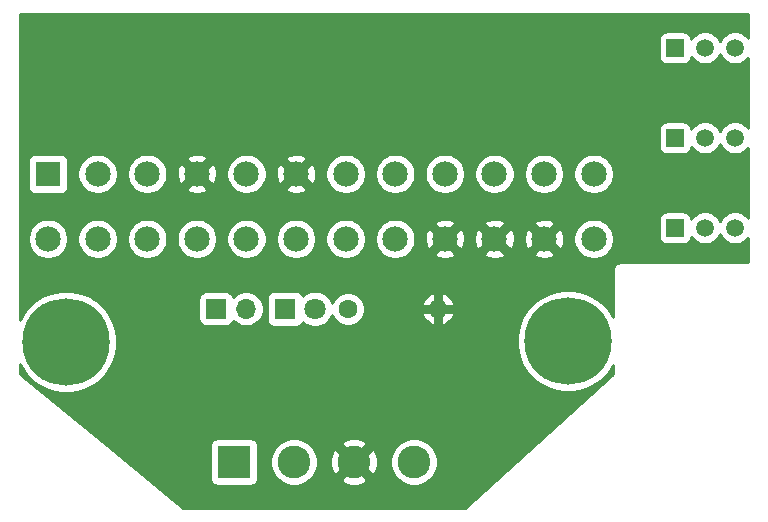
<source format=gbr>
%TF.GenerationSoftware,KiCad,Pcbnew,(5.1.6)-1*%
%TF.CreationDate,2022-09-29T14:47:16-04:00*%
%TF.ProjectId,A500-tower-power,41353030-2d74-46f7-9765-722d706f7765,rev?*%
%TF.SameCoordinates,Original*%
%TF.FileFunction,Copper,L2,Inr*%
%TF.FilePolarity,Positive*%
%FSLAX46Y46*%
G04 Gerber Fmt 4.6, Leading zero omitted, Abs format (unit mm)*
G04 Created by KiCad (PCBNEW (5.1.6)-1) date 2022-09-29 14:47:16*
%MOMM*%
%LPD*%
G01*
G04 APERTURE LIST*
%TA.AperFunction,ViaPad*%
%ADD10R,1.800000X1.800000*%
%TD*%
%TA.AperFunction,ViaPad*%
%ADD11C,1.800000*%
%TD*%
%TA.AperFunction,ViaPad*%
%ADD12C,7.400000*%
%TD*%
%TA.AperFunction,ViaPad*%
%ADD13C,0.800000*%
%TD*%
%TA.AperFunction,ViaPad*%
%ADD14R,2.150000X2.150000*%
%TD*%
%TA.AperFunction,ViaPad*%
%ADD15C,2.150000*%
%TD*%
%TA.AperFunction,ViaPad*%
%ADD16R,2.775000X2.775000*%
%TD*%
%TA.AperFunction,ViaPad*%
%ADD17C,2.775000*%
%TD*%
%TA.AperFunction,ViaPad*%
%ADD18R,1.700000X1.700000*%
%TD*%
%TA.AperFunction,ViaPad*%
%ADD19O,1.700000X1.700000*%
%TD*%
%TA.AperFunction,ViaPad*%
%ADD20R,1.500000X1.500000*%
%TD*%
%TA.AperFunction,ViaPad*%
%ADD21C,1.500000*%
%TD*%
%TA.AperFunction,ViaPad*%
%ADD22C,1.600000*%
%TD*%
%TA.AperFunction,ViaPad*%
%ADD23O,1.600000X1.600000*%
%TD*%
%TA.AperFunction,Conductor*%
%ADD24C,0.254000*%
%TD*%
G04 APERTURE END LIST*
D10*
%TO.N,/GND*%
%TO.C,D1*%
X149606000Y-105410000D03*
D11*
%TO.N,Net-(D1-Pad2)*%
X152146000Y-105410000D03*
%TD*%
D12*
%TO.N,N/C*%
%TO.C,H1*%
X131064000Y-108204000D03*
D13*
X133839000Y-108204000D03*
X133026221Y-110166221D03*
X131064000Y-110979000D03*
X129101779Y-110166221D03*
X128289000Y-108204000D03*
X129101779Y-106241779D03*
X131064000Y-105429000D03*
X133026221Y-106241779D03*
%TD*%
%TO.N,N/C*%
%TO.C,H2*%
X175514000Y-106172000D03*
X173551779Y-105359221D03*
X171589558Y-106172000D03*
X170776779Y-108134221D03*
X171589558Y-110096442D03*
X173551779Y-110909221D03*
X175514000Y-110096442D03*
X176326779Y-108134221D03*
D12*
X173551779Y-108134221D03*
%TD*%
D14*
%TO.N,/3.3V*%
%TO.C,J1*%
X129540000Y-93980000D03*
D15*
X133740000Y-93980000D03*
%TO.N,/GND*%
X137940000Y-93980000D03*
%TO.N,/5V*%
X142140000Y-93980000D03*
%TO.N,/GND*%
X146340000Y-93980000D03*
%TO.N,/5V*%
X150540000Y-93980000D03*
%TO.N,/GND*%
X154740000Y-93980000D03*
%TO.N,/PG*%
X158940000Y-93980000D03*
%TO.N,/5VSB*%
X163140000Y-93980000D03*
%TO.N,/12V*%
X167340000Y-93980000D03*
X171540000Y-93980000D03*
%TO.N,/3.3V*%
X175740000Y-93980000D03*
X129540000Y-99480000D03*
%TO.N,/-12V*%
X133740000Y-99480000D03*
%TO.N,/GND*%
X137940000Y-99480000D03*
%TO.N,/PS-ON*%
X142140000Y-99480000D03*
%TO.N,/GND*%
X146340000Y-99480000D03*
X150540000Y-99480000D03*
X154740000Y-99480000D03*
%TO.N,Net-(J1-Pad20)*%
X158940000Y-99480000D03*
%TO.N,/5V*%
X163140000Y-99480000D03*
X167340000Y-99480000D03*
X171540000Y-99480000D03*
%TO.N,/GND*%
X175740000Y-99480000D03*
%TD*%
D16*
%TO.N,/12V*%
%TO.C,J2*%
X145288000Y-118364000D03*
D17*
%TO.N,/-12V*%
X150368000Y-118364000D03*
%TO.N,/5V*%
X155448000Y-118364000D03*
%TO.N,/GND*%
X160528000Y-118364000D03*
%TD*%
D18*
%TO.N,/PS-ON*%
%TO.C,J3*%
X143764000Y-105410000D03*
D19*
%TO.N,/GND*%
X146304000Y-105410000D03*
%TD*%
D20*
%TO.N,Net-(J4-Pad1)*%
%TO.C,FAN1*%
X182626000Y-83312000D03*
D21*
%TO.N,/12V*%
X185166000Y-83312000D03*
%TO.N,/GND*%
X187706000Y-83312000D03*
%TD*%
%TO.N,/GND*%
%TO.C,FAN2*%
X187706000Y-90932000D03*
%TO.N,/12V*%
X185166000Y-90932000D03*
D20*
%TO.N,Net-(J5-Pad1)*%
X182626000Y-90932000D03*
%TD*%
%TO.N,Net-(J6-Pad1)*%
%TO.C,FAN3*%
X182626000Y-98552000D03*
D21*
%TO.N,/12V*%
X185166000Y-98552000D03*
%TO.N,/GND*%
X187706000Y-98552000D03*
%TD*%
D22*
%TO.N,Net-(D1-Pad2)*%
%TO.C,R1*%
X154940000Y-105410000D03*
D23*
%TO.N,/5V*%
X162560000Y-105410000D03*
%TD*%
D24*
%TO.N,/5V*%
G36*
X188824001Y-82492273D02*
G01*
X188781799Y-82429114D01*
X188588886Y-82236201D01*
X188362043Y-82084629D01*
X188109989Y-81980225D01*
X187842411Y-81927000D01*
X187569589Y-81927000D01*
X187302011Y-81980225D01*
X187049957Y-82084629D01*
X186823114Y-82236201D01*
X186630201Y-82429114D01*
X186478629Y-82655957D01*
X186436000Y-82758873D01*
X186393371Y-82655957D01*
X186241799Y-82429114D01*
X186048886Y-82236201D01*
X185822043Y-82084629D01*
X185569989Y-81980225D01*
X185302411Y-81927000D01*
X185029589Y-81927000D01*
X184762011Y-81980225D01*
X184509957Y-82084629D01*
X184283114Y-82236201D01*
X184090201Y-82429114D01*
X184012445Y-82545483D01*
X184001812Y-82437518D01*
X183965502Y-82317820D01*
X183906537Y-82207506D01*
X183827185Y-82110815D01*
X183730494Y-82031463D01*
X183620180Y-81972498D01*
X183500482Y-81936188D01*
X183376000Y-81923928D01*
X181876000Y-81923928D01*
X181751518Y-81936188D01*
X181631820Y-81972498D01*
X181521506Y-82031463D01*
X181424815Y-82110815D01*
X181345463Y-82207506D01*
X181286498Y-82317820D01*
X181250188Y-82437518D01*
X181237928Y-82562000D01*
X181237928Y-84062000D01*
X181250188Y-84186482D01*
X181286498Y-84306180D01*
X181345463Y-84416494D01*
X181424815Y-84513185D01*
X181521506Y-84592537D01*
X181631820Y-84651502D01*
X181751518Y-84687812D01*
X181876000Y-84700072D01*
X183376000Y-84700072D01*
X183500482Y-84687812D01*
X183620180Y-84651502D01*
X183730494Y-84592537D01*
X183827185Y-84513185D01*
X183906537Y-84416494D01*
X183965502Y-84306180D01*
X184001812Y-84186482D01*
X184012445Y-84078517D01*
X184090201Y-84194886D01*
X184283114Y-84387799D01*
X184509957Y-84539371D01*
X184762011Y-84643775D01*
X185029589Y-84697000D01*
X185302411Y-84697000D01*
X185569989Y-84643775D01*
X185822043Y-84539371D01*
X186048886Y-84387799D01*
X186241799Y-84194886D01*
X186393371Y-83968043D01*
X186436000Y-83865127D01*
X186478629Y-83968043D01*
X186630201Y-84194886D01*
X186823114Y-84387799D01*
X187049957Y-84539371D01*
X187302011Y-84643775D01*
X187569589Y-84697000D01*
X187842411Y-84697000D01*
X188109989Y-84643775D01*
X188362043Y-84539371D01*
X188588886Y-84387799D01*
X188781799Y-84194886D01*
X188824001Y-84131727D01*
X188824001Y-90112273D01*
X188781799Y-90049114D01*
X188588886Y-89856201D01*
X188362043Y-89704629D01*
X188109989Y-89600225D01*
X187842411Y-89547000D01*
X187569589Y-89547000D01*
X187302011Y-89600225D01*
X187049957Y-89704629D01*
X186823114Y-89856201D01*
X186630201Y-90049114D01*
X186478629Y-90275957D01*
X186436000Y-90378873D01*
X186393371Y-90275957D01*
X186241799Y-90049114D01*
X186048886Y-89856201D01*
X185822043Y-89704629D01*
X185569989Y-89600225D01*
X185302411Y-89547000D01*
X185029589Y-89547000D01*
X184762011Y-89600225D01*
X184509957Y-89704629D01*
X184283114Y-89856201D01*
X184090201Y-90049114D01*
X184012445Y-90165483D01*
X184001812Y-90057518D01*
X183965502Y-89937820D01*
X183906537Y-89827506D01*
X183827185Y-89730815D01*
X183730494Y-89651463D01*
X183620180Y-89592498D01*
X183500482Y-89556188D01*
X183376000Y-89543928D01*
X181876000Y-89543928D01*
X181751518Y-89556188D01*
X181631820Y-89592498D01*
X181521506Y-89651463D01*
X181424815Y-89730815D01*
X181345463Y-89827506D01*
X181286498Y-89937820D01*
X181250188Y-90057518D01*
X181237928Y-90182000D01*
X181237928Y-91682000D01*
X181250188Y-91806482D01*
X181286498Y-91926180D01*
X181345463Y-92036494D01*
X181424815Y-92133185D01*
X181521506Y-92212537D01*
X181631820Y-92271502D01*
X181751518Y-92307812D01*
X181876000Y-92320072D01*
X183376000Y-92320072D01*
X183500482Y-92307812D01*
X183620180Y-92271502D01*
X183730494Y-92212537D01*
X183827185Y-92133185D01*
X183906537Y-92036494D01*
X183965502Y-91926180D01*
X184001812Y-91806482D01*
X184012445Y-91698517D01*
X184090201Y-91814886D01*
X184283114Y-92007799D01*
X184509957Y-92159371D01*
X184762011Y-92263775D01*
X185029589Y-92317000D01*
X185302411Y-92317000D01*
X185569989Y-92263775D01*
X185822043Y-92159371D01*
X186048886Y-92007799D01*
X186241799Y-91814886D01*
X186393371Y-91588043D01*
X186436000Y-91485127D01*
X186478629Y-91588043D01*
X186630201Y-91814886D01*
X186823114Y-92007799D01*
X187049957Y-92159371D01*
X187302011Y-92263775D01*
X187569589Y-92317000D01*
X187842411Y-92317000D01*
X188109989Y-92263775D01*
X188362043Y-92159371D01*
X188588886Y-92007799D01*
X188781799Y-91814886D01*
X188824000Y-91751727D01*
X188824000Y-97732272D01*
X188781799Y-97669114D01*
X188588886Y-97476201D01*
X188362043Y-97324629D01*
X188109989Y-97220225D01*
X187842411Y-97167000D01*
X187569589Y-97167000D01*
X187302011Y-97220225D01*
X187049957Y-97324629D01*
X186823114Y-97476201D01*
X186630201Y-97669114D01*
X186478629Y-97895957D01*
X186436000Y-97998873D01*
X186393371Y-97895957D01*
X186241799Y-97669114D01*
X186048886Y-97476201D01*
X185822043Y-97324629D01*
X185569989Y-97220225D01*
X185302411Y-97167000D01*
X185029589Y-97167000D01*
X184762011Y-97220225D01*
X184509957Y-97324629D01*
X184283114Y-97476201D01*
X184090201Y-97669114D01*
X184012445Y-97785483D01*
X184001812Y-97677518D01*
X183965502Y-97557820D01*
X183906537Y-97447506D01*
X183827185Y-97350815D01*
X183730494Y-97271463D01*
X183620180Y-97212498D01*
X183500482Y-97176188D01*
X183376000Y-97163928D01*
X181876000Y-97163928D01*
X181751518Y-97176188D01*
X181631820Y-97212498D01*
X181521506Y-97271463D01*
X181424815Y-97350815D01*
X181345463Y-97447506D01*
X181286498Y-97557820D01*
X181250188Y-97677518D01*
X181237928Y-97802000D01*
X181237928Y-99302000D01*
X181250188Y-99426482D01*
X181286498Y-99546180D01*
X181345463Y-99656494D01*
X181424815Y-99753185D01*
X181521506Y-99832537D01*
X181631820Y-99891502D01*
X181751518Y-99927812D01*
X181876000Y-99940072D01*
X183376000Y-99940072D01*
X183500482Y-99927812D01*
X183620180Y-99891502D01*
X183730494Y-99832537D01*
X183827185Y-99753185D01*
X183906537Y-99656494D01*
X183965502Y-99546180D01*
X184001812Y-99426482D01*
X184012445Y-99318517D01*
X184090201Y-99434886D01*
X184283114Y-99627799D01*
X184509957Y-99779371D01*
X184762011Y-99883775D01*
X185029589Y-99937000D01*
X185302411Y-99937000D01*
X185569989Y-99883775D01*
X185822043Y-99779371D01*
X186048886Y-99627799D01*
X186241799Y-99434886D01*
X186393371Y-99208043D01*
X186436000Y-99105127D01*
X186478629Y-99208043D01*
X186630201Y-99434886D01*
X186823114Y-99627799D01*
X187049957Y-99779371D01*
X187302011Y-99883775D01*
X187569589Y-99937000D01*
X187842411Y-99937000D01*
X188109989Y-99883775D01*
X188362043Y-99779371D01*
X188588886Y-99627799D01*
X188781799Y-99434886D01*
X188824000Y-99371728D01*
X188824000Y-101448000D01*
X178086419Y-101448000D01*
X178054000Y-101444807D01*
X178021581Y-101448000D01*
X177924617Y-101457550D01*
X177800207Y-101495290D01*
X177685550Y-101556575D01*
X177585052Y-101639052D01*
X177502575Y-101739550D01*
X177441290Y-101854207D01*
X177403550Y-101978617D01*
X177390807Y-102108000D01*
X177394001Y-102140429D01*
X177394001Y-106082264D01*
X177393406Y-106080829D01*
X176918993Y-105370820D01*
X176315180Y-104767007D01*
X175605171Y-104292594D01*
X174816252Y-103965813D01*
X173978739Y-103799221D01*
X173124819Y-103799221D01*
X172287306Y-103965813D01*
X171498387Y-104292594D01*
X170788378Y-104767007D01*
X170184565Y-105370820D01*
X169710152Y-106080829D01*
X169383371Y-106869748D01*
X169216779Y-107707261D01*
X169216779Y-108561181D01*
X169383371Y-109398694D01*
X169710152Y-110187613D01*
X170184565Y-110897622D01*
X170788378Y-111501435D01*
X171498387Y-111975848D01*
X172287306Y-112302629D01*
X173124819Y-112469221D01*
X173978739Y-112469221D01*
X174816252Y-112302629D01*
X175605171Y-111975848D01*
X176315180Y-111501435D01*
X176918993Y-110897622D01*
X177393406Y-110187613D01*
X177394000Y-110186179D01*
X177394000Y-110958489D01*
X164846326Y-122276000D01*
X140952319Y-122276000D01*
X134500754Y-116976500D01*
X143262428Y-116976500D01*
X143262428Y-119751500D01*
X143274688Y-119875982D01*
X143310998Y-119995680D01*
X143369963Y-120105994D01*
X143449315Y-120202685D01*
X143546006Y-120282037D01*
X143656320Y-120341002D01*
X143776018Y-120377312D01*
X143900500Y-120389572D01*
X146675500Y-120389572D01*
X146799982Y-120377312D01*
X146919680Y-120341002D01*
X147029994Y-120282037D01*
X147126685Y-120202685D01*
X147206037Y-120105994D01*
X147265002Y-119995680D01*
X147301312Y-119875982D01*
X147313572Y-119751500D01*
X147313572Y-118164801D01*
X148345500Y-118164801D01*
X148345500Y-118563199D01*
X148423224Y-118953941D01*
X148575684Y-119322013D01*
X148797022Y-119653269D01*
X149078731Y-119934978D01*
X149409987Y-120156316D01*
X149778059Y-120308776D01*
X150168801Y-120386500D01*
X150567199Y-120386500D01*
X150957941Y-120308776D01*
X151326013Y-120156316D01*
X151657269Y-119934978D01*
X151724557Y-119867690D01*
X154330390Y-119867690D01*
X154485141Y-120153717D01*
X154852799Y-120307173D01*
X155243330Y-120385953D01*
X155641726Y-120387031D01*
X156032677Y-120310365D01*
X156401160Y-120158901D01*
X156410859Y-120153717D01*
X156565610Y-119867690D01*
X155448000Y-118750080D01*
X154330390Y-119867690D01*
X151724557Y-119867690D01*
X151938978Y-119653269D01*
X152160316Y-119322013D01*
X152312776Y-118953941D01*
X152390500Y-118563199D01*
X152390500Y-118557726D01*
X153424969Y-118557726D01*
X153501635Y-118948677D01*
X153653099Y-119317160D01*
X153658283Y-119326859D01*
X153944310Y-119481610D01*
X155061920Y-118364000D01*
X155834080Y-118364000D01*
X156951690Y-119481610D01*
X157237717Y-119326859D01*
X157391173Y-118959201D01*
X157469953Y-118568670D01*
X157471031Y-118170274D01*
X157469958Y-118164801D01*
X158505500Y-118164801D01*
X158505500Y-118563199D01*
X158583224Y-118953941D01*
X158735684Y-119322013D01*
X158957022Y-119653269D01*
X159238731Y-119934978D01*
X159569987Y-120156316D01*
X159938059Y-120308776D01*
X160328801Y-120386500D01*
X160727199Y-120386500D01*
X161117941Y-120308776D01*
X161486013Y-120156316D01*
X161817269Y-119934978D01*
X162098978Y-119653269D01*
X162320316Y-119322013D01*
X162472776Y-118953941D01*
X162550500Y-118563199D01*
X162550500Y-118164801D01*
X162472776Y-117774059D01*
X162320316Y-117405987D01*
X162098978Y-117074731D01*
X161817269Y-116793022D01*
X161486013Y-116571684D01*
X161117941Y-116419224D01*
X160727199Y-116341500D01*
X160328801Y-116341500D01*
X159938059Y-116419224D01*
X159569987Y-116571684D01*
X159238731Y-116793022D01*
X158957022Y-117074731D01*
X158735684Y-117405987D01*
X158583224Y-117774059D01*
X158505500Y-118164801D01*
X157469958Y-118164801D01*
X157394365Y-117779323D01*
X157242901Y-117410840D01*
X157237717Y-117401141D01*
X156951690Y-117246390D01*
X155834080Y-118364000D01*
X155061920Y-118364000D01*
X153944310Y-117246390D01*
X153658283Y-117401141D01*
X153504827Y-117768799D01*
X153426047Y-118159330D01*
X153424969Y-118557726D01*
X152390500Y-118557726D01*
X152390500Y-118164801D01*
X152312776Y-117774059D01*
X152160316Y-117405987D01*
X151938978Y-117074731D01*
X151724557Y-116860310D01*
X154330390Y-116860310D01*
X155448000Y-117977920D01*
X156565610Y-116860310D01*
X156410859Y-116574283D01*
X156043201Y-116420827D01*
X155652670Y-116342047D01*
X155254274Y-116340969D01*
X154863323Y-116417635D01*
X154494840Y-116569099D01*
X154485141Y-116574283D01*
X154330390Y-116860310D01*
X151724557Y-116860310D01*
X151657269Y-116793022D01*
X151326013Y-116571684D01*
X150957941Y-116419224D01*
X150567199Y-116341500D01*
X150168801Y-116341500D01*
X149778059Y-116419224D01*
X149409987Y-116571684D01*
X149078731Y-116793022D01*
X148797022Y-117074731D01*
X148575684Y-117405987D01*
X148423224Y-117774059D01*
X148345500Y-118164801D01*
X147313572Y-118164801D01*
X147313572Y-116976500D01*
X147301312Y-116852018D01*
X147265002Y-116732320D01*
X147206037Y-116622006D01*
X147126685Y-116525315D01*
X147029994Y-116445963D01*
X146919680Y-116386998D01*
X146799982Y-116350688D01*
X146675500Y-116338428D01*
X143900500Y-116338428D01*
X143776018Y-116350688D01*
X143656320Y-116386998D01*
X143546006Y-116445963D01*
X143449315Y-116525315D01*
X143369963Y-116622006D01*
X143310998Y-116732320D01*
X143274688Y-116852018D01*
X143262428Y-116976500D01*
X134500754Y-116976500D01*
X127152000Y-110940025D01*
X127152000Y-110087497D01*
X127222373Y-110257392D01*
X127696786Y-110967401D01*
X128300599Y-111571214D01*
X129010608Y-112045627D01*
X129799527Y-112372408D01*
X130637040Y-112539000D01*
X131490960Y-112539000D01*
X132328473Y-112372408D01*
X133117392Y-112045627D01*
X133827401Y-111571214D01*
X134431214Y-110967401D01*
X134905627Y-110257392D01*
X135232408Y-109468473D01*
X135399000Y-108630960D01*
X135399000Y-107777040D01*
X135232408Y-106939527D01*
X134905627Y-106150608D01*
X134431214Y-105440599D01*
X133827401Y-104836786D01*
X133413162Y-104560000D01*
X142275928Y-104560000D01*
X142275928Y-106260000D01*
X142288188Y-106384482D01*
X142324498Y-106504180D01*
X142383463Y-106614494D01*
X142462815Y-106711185D01*
X142559506Y-106790537D01*
X142669820Y-106849502D01*
X142789518Y-106885812D01*
X142914000Y-106898072D01*
X144614000Y-106898072D01*
X144738482Y-106885812D01*
X144858180Y-106849502D01*
X144968494Y-106790537D01*
X145065185Y-106711185D01*
X145144537Y-106614494D01*
X145203502Y-106504180D01*
X145225513Y-106431620D01*
X145357368Y-106563475D01*
X145600589Y-106725990D01*
X145870842Y-106837932D01*
X146157740Y-106895000D01*
X146450260Y-106895000D01*
X146737158Y-106837932D01*
X147007411Y-106725990D01*
X147250632Y-106563475D01*
X147457475Y-106356632D01*
X147619990Y-106113411D01*
X147731932Y-105843158D01*
X147789000Y-105556260D01*
X147789000Y-105263740D01*
X147731932Y-104976842D01*
X147619990Y-104706589D01*
X147488634Y-104510000D01*
X148067928Y-104510000D01*
X148067928Y-106310000D01*
X148080188Y-106434482D01*
X148116498Y-106554180D01*
X148175463Y-106664494D01*
X148254815Y-106761185D01*
X148351506Y-106840537D01*
X148461820Y-106899502D01*
X148581518Y-106935812D01*
X148706000Y-106948072D01*
X150506000Y-106948072D01*
X150630482Y-106935812D01*
X150750180Y-106899502D01*
X150860494Y-106840537D01*
X150957185Y-106761185D01*
X151036537Y-106664494D01*
X151095502Y-106554180D01*
X151101056Y-106535873D01*
X151167495Y-106602312D01*
X151418905Y-106770299D01*
X151698257Y-106886011D01*
X151994816Y-106945000D01*
X152297184Y-106945000D01*
X152593743Y-106886011D01*
X152873095Y-106770299D01*
X153124505Y-106602312D01*
X153338312Y-106388505D01*
X153506299Y-106137095D01*
X153597120Y-105917835D01*
X153668320Y-106089727D01*
X153825363Y-106324759D01*
X154025241Y-106524637D01*
X154260273Y-106681680D01*
X154521426Y-106789853D01*
X154798665Y-106845000D01*
X155081335Y-106845000D01*
X155358574Y-106789853D01*
X155619727Y-106681680D01*
X155854759Y-106524637D01*
X156054637Y-106324759D01*
X156211680Y-106089727D01*
X156290257Y-105900023D01*
X161211259Y-105900023D01*
X161259790Y-106017212D01*
X161403234Y-106259203D01*
X161591132Y-106468560D01*
X161816263Y-106637237D01*
X162069976Y-106758752D01*
X162287000Y-106660053D01*
X162287000Y-105683000D01*
X162833000Y-105683000D01*
X162833000Y-106660053D01*
X163050024Y-106758752D01*
X163303737Y-106637237D01*
X163528868Y-106468560D01*
X163716766Y-106259203D01*
X163860210Y-106017212D01*
X163908741Y-105900023D01*
X163806710Y-105683000D01*
X162833000Y-105683000D01*
X162287000Y-105683000D01*
X161313290Y-105683000D01*
X161211259Y-105900023D01*
X156290257Y-105900023D01*
X156319853Y-105828574D01*
X156375000Y-105551335D01*
X156375000Y-105268665D01*
X156319853Y-104991426D01*
X156290258Y-104919977D01*
X161211259Y-104919977D01*
X161313290Y-105137000D01*
X162287000Y-105137000D01*
X162287000Y-104159947D01*
X162833000Y-104159947D01*
X162833000Y-105137000D01*
X163806710Y-105137000D01*
X163908741Y-104919977D01*
X163860210Y-104802788D01*
X163716766Y-104560797D01*
X163528868Y-104351440D01*
X163303737Y-104182763D01*
X163050024Y-104061248D01*
X162833000Y-104159947D01*
X162287000Y-104159947D01*
X162069976Y-104061248D01*
X161816263Y-104182763D01*
X161591132Y-104351440D01*
X161403234Y-104560797D01*
X161259790Y-104802788D01*
X161211259Y-104919977D01*
X156290258Y-104919977D01*
X156211680Y-104730273D01*
X156054637Y-104495241D01*
X155854759Y-104295363D01*
X155619727Y-104138320D01*
X155358574Y-104030147D01*
X155081335Y-103975000D01*
X154798665Y-103975000D01*
X154521426Y-104030147D01*
X154260273Y-104138320D01*
X154025241Y-104295363D01*
X153825363Y-104495241D01*
X153668320Y-104730273D01*
X153597120Y-104902165D01*
X153506299Y-104682905D01*
X153338312Y-104431495D01*
X153124505Y-104217688D01*
X152873095Y-104049701D01*
X152593743Y-103933989D01*
X152297184Y-103875000D01*
X151994816Y-103875000D01*
X151698257Y-103933989D01*
X151418905Y-104049701D01*
X151167495Y-104217688D01*
X151101056Y-104284127D01*
X151095502Y-104265820D01*
X151036537Y-104155506D01*
X150957185Y-104058815D01*
X150860494Y-103979463D01*
X150750180Y-103920498D01*
X150630482Y-103884188D01*
X150506000Y-103871928D01*
X148706000Y-103871928D01*
X148581518Y-103884188D01*
X148461820Y-103920498D01*
X148351506Y-103979463D01*
X148254815Y-104058815D01*
X148175463Y-104155506D01*
X148116498Y-104265820D01*
X148080188Y-104385518D01*
X148067928Y-104510000D01*
X147488634Y-104510000D01*
X147457475Y-104463368D01*
X147250632Y-104256525D01*
X147007411Y-104094010D01*
X146737158Y-103982068D01*
X146450260Y-103925000D01*
X146157740Y-103925000D01*
X145870842Y-103982068D01*
X145600589Y-104094010D01*
X145357368Y-104256525D01*
X145225513Y-104388380D01*
X145203502Y-104315820D01*
X145144537Y-104205506D01*
X145065185Y-104108815D01*
X144968494Y-104029463D01*
X144858180Y-103970498D01*
X144738482Y-103934188D01*
X144614000Y-103921928D01*
X142914000Y-103921928D01*
X142789518Y-103934188D01*
X142669820Y-103970498D01*
X142559506Y-104029463D01*
X142462815Y-104108815D01*
X142383463Y-104205506D01*
X142324498Y-104315820D01*
X142288188Y-104435518D01*
X142275928Y-104560000D01*
X133413162Y-104560000D01*
X133117392Y-104362373D01*
X132328473Y-104035592D01*
X131490960Y-103869000D01*
X130637040Y-103869000D01*
X129799527Y-104035592D01*
X129010608Y-104362373D01*
X128300599Y-104836786D01*
X127696786Y-105440599D01*
X127222373Y-106150608D01*
X127152000Y-106320503D01*
X127152000Y-99311580D01*
X127830000Y-99311580D01*
X127830000Y-99648420D01*
X127895714Y-99978789D01*
X128024618Y-100289989D01*
X128211756Y-100570061D01*
X128449939Y-100808244D01*
X128730011Y-100995382D01*
X129041211Y-101124286D01*
X129371580Y-101190000D01*
X129708420Y-101190000D01*
X130038789Y-101124286D01*
X130349989Y-100995382D01*
X130630061Y-100808244D01*
X130868244Y-100570061D01*
X131055382Y-100289989D01*
X131184286Y-99978789D01*
X131250000Y-99648420D01*
X131250000Y-99311580D01*
X132030000Y-99311580D01*
X132030000Y-99648420D01*
X132095714Y-99978789D01*
X132224618Y-100289989D01*
X132411756Y-100570061D01*
X132649939Y-100808244D01*
X132930011Y-100995382D01*
X133241211Y-101124286D01*
X133571580Y-101190000D01*
X133908420Y-101190000D01*
X134238789Y-101124286D01*
X134549989Y-100995382D01*
X134830061Y-100808244D01*
X135068244Y-100570061D01*
X135255382Y-100289989D01*
X135384286Y-99978789D01*
X135450000Y-99648420D01*
X135450000Y-99311580D01*
X136230000Y-99311580D01*
X136230000Y-99648420D01*
X136295714Y-99978789D01*
X136424618Y-100289989D01*
X136611756Y-100570061D01*
X136849939Y-100808244D01*
X137130011Y-100995382D01*
X137441211Y-101124286D01*
X137771580Y-101190000D01*
X138108420Y-101190000D01*
X138438789Y-101124286D01*
X138749989Y-100995382D01*
X139030061Y-100808244D01*
X139268244Y-100570061D01*
X139455382Y-100289989D01*
X139584286Y-99978789D01*
X139650000Y-99648420D01*
X139650000Y-99311580D01*
X140430000Y-99311580D01*
X140430000Y-99648420D01*
X140495714Y-99978789D01*
X140624618Y-100289989D01*
X140811756Y-100570061D01*
X141049939Y-100808244D01*
X141330011Y-100995382D01*
X141641211Y-101124286D01*
X141971580Y-101190000D01*
X142308420Y-101190000D01*
X142638789Y-101124286D01*
X142949989Y-100995382D01*
X143230061Y-100808244D01*
X143468244Y-100570061D01*
X143655382Y-100289989D01*
X143784286Y-99978789D01*
X143850000Y-99648420D01*
X143850000Y-99311580D01*
X144630000Y-99311580D01*
X144630000Y-99648420D01*
X144695714Y-99978789D01*
X144824618Y-100289989D01*
X145011756Y-100570061D01*
X145249939Y-100808244D01*
X145530011Y-100995382D01*
X145841211Y-101124286D01*
X146171580Y-101190000D01*
X146508420Y-101190000D01*
X146838789Y-101124286D01*
X147149989Y-100995382D01*
X147430061Y-100808244D01*
X147668244Y-100570061D01*
X147855382Y-100289989D01*
X147984286Y-99978789D01*
X148050000Y-99648420D01*
X148050000Y-99311580D01*
X148830000Y-99311580D01*
X148830000Y-99648420D01*
X148895714Y-99978789D01*
X149024618Y-100289989D01*
X149211756Y-100570061D01*
X149449939Y-100808244D01*
X149730011Y-100995382D01*
X150041211Y-101124286D01*
X150371580Y-101190000D01*
X150708420Y-101190000D01*
X151038789Y-101124286D01*
X151349989Y-100995382D01*
X151630061Y-100808244D01*
X151868244Y-100570061D01*
X152055382Y-100289989D01*
X152184286Y-99978789D01*
X152250000Y-99648420D01*
X152250000Y-99311580D01*
X153030000Y-99311580D01*
X153030000Y-99648420D01*
X153095714Y-99978789D01*
X153224618Y-100289989D01*
X153411756Y-100570061D01*
X153649939Y-100808244D01*
X153930011Y-100995382D01*
X154241211Y-101124286D01*
X154571580Y-101190000D01*
X154908420Y-101190000D01*
X155238789Y-101124286D01*
X155549989Y-100995382D01*
X155830061Y-100808244D01*
X156068244Y-100570061D01*
X156255382Y-100289989D01*
X156384286Y-99978789D01*
X156450000Y-99648420D01*
X156450000Y-99311580D01*
X157230000Y-99311580D01*
X157230000Y-99648420D01*
X157295714Y-99978789D01*
X157424618Y-100289989D01*
X157611756Y-100570061D01*
X157849939Y-100808244D01*
X158130011Y-100995382D01*
X158441211Y-101124286D01*
X158771580Y-101190000D01*
X159108420Y-101190000D01*
X159438789Y-101124286D01*
X159749989Y-100995382D01*
X160030061Y-100808244D01*
X160079543Y-100758762D01*
X162247318Y-100758762D01*
X162363715Y-101012921D01*
X162677689Y-101134912D01*
X163009429Y-101193306D01*
X163346187Y-101185859D01*
X163675022Y-101112857D01*
X163916285Y-101012921D01*
X164032682Y-100758762D01*
X166447318Y-100758762D01*
X166563715Y-101012921D01*
X166877689Y-101134912D01*
X167209429Y-101193306D01*
X167546187Y-101185859D01*
X167875022Y-101112857D01*
X168116285Y-101012921D01*
X168232682Y-100758762D01*
X170647318Y-100758762D01*
X170763715Y-101012921D01*
X171077689Y-101134912D01*
X171409429Y-101193306D01*
X171746187Y-101185859D01*
X172075022Y-101112857D01*
X172316285Y-101012921D01*
X172432682Y-100758762D01*
X171540000Y-99866080D01*
X170647318Y-100758762D01*
X168232682Y-100758762D01*
X167340000Y-99866080D01*
X166447318Y-100758762D01*
X164032682Y-100758762D01*
X163140000Y-99866080D01*
X162247318Y-100758762D01*
X160079543Y-100758762D01*
X160268244Y-100570061D01*
X160455382Y-100289989D01*
X160584286Y-99978789D01*
X160650000Y-99648420D01*
X160650000Y-99349429D01*
X161426694Y-99349429D01*
X161434141Y-99686187D01*
X161507143Y-100015022D01*
X161607079Y-100256285D01*
X161861238Y-100372682D01*
X162753920Y-99480000D01*
X163526080Y-99480000D01*
X164418762Y-100372682D01*
X164672921Y-100256285D01*
X164794912Y-99942311D01*
X164853306Y-99610571D01*
X164847532Y-99349429D01*
X165626694Y-99349429D01*
X165634141Y-99686187D01*
X165707143Y-100015022D01*
X165807079Y-100256285D01*
X166061238Y-100372682D01*
X166953920Y-99480000D01*
X167726080Y-99480000D01*
X168618762Y-100372682D01*
X168872921Y-100256285D01*
X168994912Y-99942311D01*
X169053306Y-99610571D01*
X169047532Y-99349429D01*
X169826694Y-99349429D01*
X169834141Y-99686187D01*
X169907143Y-100015022D01*
X170007079Y-100256285D01*
X170261238Y-100372682D01*
X171153920Y-99480000D01*
X171926080Y-99480000D01*
X172818762Y-100372682D01*
X173072921Y-100256285D01*
X173194912Y-99942311D01*
X173253306Y-99610571D01*
X173246695Y-99311580D01*
X174030000Y-99311580D01*
X174030000Y-99648420D01*
X174095714Y-99978789D01*
X174224618Y-100289989D01*
X174411756Y-100570061D01*
X174649939Y-100808244D01*
X174930011Y-100995382D01*
X175241211Y-101124286D01*
X175571580Y-101190000D01*
X175908420Y-101190000D01*
X176238789Y-101124286D01*
X176549989Y-100995382D01*
X176830061Y-100808244D01*
X177068244Y-100570061D01*
X177255382Y-100289989D01*
X177384286Y-99978789D01*
X177450000Y-99648420D01*
X177450000Y-99311580D01*
X177384286Y-98981211D01*
X177255382Y-98670011D01*
X177068244Y-98389939D01*
X176830061Y-98151756D01*
X176549989Y-97964618D01*
X176238789Y-97835714D01*
X175908420Y-97770000D01*
X175571580Y-97770000D01*
X175241211Y-97835714D01*
X174930011Y-97964618D01*
X174649939Y-98151756D01*
X174411756Y-98389939D01*
X174224618Y-98670011D01*
X174095714Y-98981211D01*
X174030000Y-99311580D01*
X173246695Y-99311580D01*
X173245859Y-99273813D01*
X173172857Y-98944978D01*
X173072921Y-98703715D01*
X172818762Y-98587318D01*
X171926080Y-99480000D01*
X171153920Y-99480000D01*
X170261238Y-98587318D01*
X170007079Y-98703715D01*
X169885088Y-99017689D01*
X169826694Y-99349429D01*
X169047532Y-99349429D01*
X169045859Y-99273813D01*
X168972857Y-98944978D01*
X168872921Y-98703715D01*
X168618762Y-98587318D01*
X167726080Y-99480000D01*
X166953920Y-99480000D01*
X166061238Y-98587318D01*
X165807079Y-98703715D01*
X165685088Y-99017689D01*
X165626694Y-99349429D01*
X164847532Y-99349429D01*
X164845859Y-99273813D01*
X164772857Y-98944978D01*
X164672921Y-98703715D01*
X164418762Y-98587318D01*
X163526080Y-99480000D01*
X162753920Y-99480000D01*
X161861238Y-98587318D01*
X161607079Y-98703715D01*
X161485088Y-99017689D01*
X161426694Y-99349429D01*
X160650000Y-99349429D01*
X160650000Y-99311580D01*
X160584286Y-98981211D01*
X160455382Y-98670011D01*
X160268244Y-98389939D01*
X160079543Y-98201238D01*
X162247318Y-98201238D01*
X163140000Y-99093920D01*
X164032682Y-98201238D01*
X166447318Y-98201238D01*
X167340000Y-99093920D01*
X168232682Y-98201238D01*
X170647318Y-98201238D01*
X171540000Y-99093920D01*
X172432682Y-98201238D01*
X172316285Y-97947079D01*
X172002311Y-97825088D01*
X171670571Y-97766694D01*
X171333813Y-97774141D01*
X171004978Y-97847143D01*
X170763715Y-97947079D01*
X170647318Y-98201238D01*
X168232682Y-98201238D01*
X168116285Y-97947079D01*
X167802311Y-97825088D01*
X167470571Y-97766694D01*
X167133813Y-97774141D01*
X166804978Y-97847143D01*
X166563715Y-97947079D01*
X166447318Y-98201238D01*
X164032682Y-98201238D01*
X163916285Y-97947079D01*
X163602311Y-97825088D01*
X163270571Y-97766694D01*
X162933813Y-97774141D01*
X162604978Y-97847143D01*
X162363715Y-97947079D01*
X162247318Y-98201238D01*
X160079543Y-98201238D01*
X160030061Y-98151756D01*
X159749989Y-97964618D01*
X159438789Y-97835714D01*
X159108420Y-97770000D01*
X158771580Y-97770000D01*
X158441211Y-97835714D01*
X158130011Y-97964618D01*
X157849939Y-98151756D01*
X157611756Y-98389939D01*
X157424618Y-98670011D01*
X157295714Y-98981211D01*
X157230000Y-99311580D01*
X156450000Y-99311580D01*
X156384286Y-98981211D01*
X156255382Y-98670011D01*
X156068244Y-98389939D01*
X155830061Y-98151756D01*
X155549989Y-97964618D01*
X155238789Y-97835714D01*
X154908420Y-97770000D01*
X154571580Y-97770000D01*
X154241211Y-97835714D01*
X153930011Y-97964618D01*
X153649939Y-98151756D01*
X153411756Y-98389939D01*
X153224618Y-98670011D01*
X153095714Y-98981211D01*
X153030000Y-99311580D01*
X152250000Y-99311580D01*
X152184286Y-98981211D01*
X152055382Y-98670011D01*
X151868244Y-98389939D01*
X151630061Y-98151756D01*
X151349989Y-97964618D01*
X151038789Y-97835714D01*
X150708420Y-97770000D01*
X150371580Y-97770000D01*
X150041211Y-97835714D01*
X149730011Y-97964618D01*
X149449939Y-98151756D01*
X149211756Y-98389939D01*
X149024618Y-98670011D01*
X148895714Y-98981211D01*
X148830000Y-99311580D01*
X148050000Y-99311580D01*
X147984286Y-98981211D01*
X147855382Y-98670011D01*
X147668244Y-98389939D01*
X147430061Y-98151756D01*
X147149989Y-97964618D01*
X146838789Y-97835714D01*
X146508420Y-97770000D01*
X146171580Y-97770000D01*
X145841211Y-97835714D01*
X145530011Y-97964618D01*
X145249939Y-98151756D01*
X145011756Y-98389939D01*
X144824618Y-98670011D01*
X144695714Y-98981211D01*
X144630000Y-99311580D01*
X143850000Y-99311580D01*
X143784286Y-98981211D01*
X143655382Y-98670011D01*
X143468244Y-98389939D01*
X143230061Y-98151756D01*
X142949989Y-97964618D01*
X142638789Y-97835714D01*
X142308420Y-97770000D01*
X141971580Y-97770000D01*
X141641211Y-97835714D01*
X141330011Y-97964618D01*
X141049939Y-98151756D01*
X140811756Y-98389939D01*
X140624618Y-98670011D01*
X140495714Y-98981211D01*
X140430000Y-99311580D01*
X139650000Y-99311580D01*
X139584286Y-98981211D01*
X139455382Y-98670011D01*
X139268244Y-98389939D01*
X139030061Y-98151756D01*
X138749989Y-97964618D01*
X138438789Y-97835714D01*
X138108420Y-97770000D01*
X137771580Y-97770000D01*
X137441211Y-97835714D01*
X137130011Y-97964618D01*
X136849939Y-98151756D01*
X136611756Y-98389939D01*
X136424618Y-98670011D01*
X136295714Y-98981211D01*
X136230000Y-99311580D01*
X135450000Y-99311580D01*
X135384286Y-98981211D01*
X135255382Y-98670011D01*
X135068244Y-98389939D01*
X134830061Y-98151756D01*
X134549989Y-97964618D01*
X134238789Y-97835714D01*
X133908420Y-97770000D01*
X133571580Y-97770000D01*
X133241211Y-97835714D01*
X132930011Y-97964618D01*
X132649939Y-98151756D01*
X132411756Y-98389939D01*
X132224618Y-98670011D01*
X132095714Y-98981211D01*
X132030000Y-99311580D01*
X131250000Y-99311580D01*
X131184286Y-98981211D01*
X131055382Y-98670011D01*
X130868244Y-98389939D01*
X130630061Y-98151756D01*
X130349989Y-97964618D01*
X130038789Y-97835714D01*
X129708420Y-97770000D01*
X129371580Y-97770000D01*
X129041211Y-97835714D01*
X128730011Y-97964618D01*
X128449939Y-98151756D01*
X128211756Y-98389939D01*
X128024618Y-98670011D01*
X127895714Y-98981211D01*
X127830000Y-99311580D01*
X127152000Y-99311580D01*
X127152000Y-92905000D01*
X127826928Y-92905000D01*
X127826928Y-95055000D01*
X127839188Y-95179482D01*
X127875498Y-95299180D01*
X127934463Y-95409494D01*
X128013815Y-95506185D01*
X128110506Y-95585537D01*
X128220820Y-95644502D01*
X128340518Y-95680812D01*
X128465000Y-95693072D01*
X130615000Y-95693072D01*
X130739482Y-95680812D01*
X130859180Y-95644502D01*
X130969494Y-95585537D01*
X131066185Y-95506185D01*
X131145537Y-95409494D01*
X131204502Y-95299180D01*
X131240812Y-95179482D01*
X131253072Y-95055000D01*
X131253072Y-93811580D01*
X132030000Y-93811580D01*
X132030000Y-94148420D01*
X132095714Y-94478789D01*
X132224618Y-94789989D01*
X132411756Y-95070061D01*
X132649939Y-95308244D01*
X132930011Y-95495382D01*
X133241211Y-95624286D01*
X133571580Y-95690000D01*
X133908420Y-95690000D01*
X134238789Y-95624286D01*
X134549989Y-95495382D01*
X134830061Y-95308244D01*
X135068244Y-95070061D01*
X135255382Y-94789989D01*
X135384286Y-94478789D01*
X135450000Y-94148420D01*
X135450000Y-93811580D01*
X136230000Y-93811580D01*
X136230000Y-94148420D01*
X136295714Y-94478789D01*
X136424618Y-94789989D01*
X136611756Y-95070061D01*
X136849939Y-95308244D01*
X137130011Y-95495382D01*
X137441211Y-95624286D01*
X137771580Y-95690000D01*
X138108420Y-95690000D01*
X138438789Y-95624286D01*
X138749989Y-95495382D01*
X139030061Y-95308244D01*
X139079543Y-95258762D01*
X141247318Y-95258762D01*
X141363715Y-95512921D01*
X141677689Y-95634912D01*
X142009429Y-95693306D01*
X142346187Y-95685859D01*
X142675022Y-95612857D01*
X142916285Y-95512921D01*
X143032682Y-95258762D01*
X142140000Y-94366080D01*
X141247318Y-95258762D01*
X139079543Y-95258762D01*
X139268244Y-95070061D01*
X139455382Y-94789989D01*
X139584286Y-94478789D01*
X139650000Y-94148420D01*
X139650000Y-93849429D01*
X140426694Y-93849429D01*
X140434141Y-94186187D01*
X140507143Y-94515022D01*
X140607079Y-94756285D01*
X140861238Y-94872682D01*
X141753920Y-93980000D01*
X142526080Y-93980000D01*
X143418762Y-94872682D01*
X143672921Y-94756285D01*
X143794912Y-94442311D01*
X143853306Y-94110571D01*
X143846695Y-93811580D01*
X144630000Y-93811580D01*
X144630000Y-94148420D01*
X144695714Y-94478789D01*
X144824618Y-94789989D01*
X145011756Y-95070061D01*
X145249939Y-95308244D01*
X145530011Y-95495382D01*
X145841211Y-95624286D01*
X146171580Y-95690000D01*
X146508420Y-95690000D01*
X146838789Y-95624286D01*
X147149989Y-95495382D01*
X147430061Y-95308244D01*
X147479543Y-95258762D01*
X149647318Y-95258762D01*
X149763715Y-95512921D01*
X150077689Y-95634912D01*
X150409429Y-95693306D01*
X150746187Y-95685859D01*
X151075022Y-95612857D01*
X151316285Y-95512921D01*
X151432682Y-95258762D01*
X150540000Y-94366080D01*
X149647318Y-95258762D01*
X147479543Y-95258762D01*
X147668244Y-95070061D01*
X147855382Y-94789989D01*
X147984286Y-94478789D01*
X148050000Y-94148420D01*
X148050000Y-93849429D01*
X148826694Y-93849429D01*
X148834141Y-94186187D01*
X148907143Y-94515022D01*
X149007079Y-94756285D01*
X149261238Y-94872682D01*
X150153920Y-93980000D01*
X150926080Y-93980000D01*
X151818762Y-94872682D01*
X152072921Y-94756285D01*
X152194912Y-94442311D01*
X152253306Y-94110571D01*
X152246695Y-93811580D01*
X153030000Y-93811580D01*
X153030000Y-94148420D01*
X153095714Y-94478789D01*
X153224618Y-94789989D01*
X153411756Y-95070061D01*
X153649939Y-95308244D01*
X153930011Y-95495382D01*
X154241211Y-95624286D01*
X154571580Y-95690000D01*
X154908420Y-95690000D01*
X155238789Y-95624286D01*
X155549989Y-95495382D01*
X155830061Y-95308244D01*
X156068244Y-95070061D01*
X156255382Y-94789989D01*
X156384286Y-94478789D01*
X156450000Y-94148420D01*
X156450000Y-93811580D01*
X157230000Y-93811580D01*
X157230000Y-94148420D01*
X157295714Y-94478789D01*
X157424618Y-94789989D01*
X157611756Y-95070061D01*
X157849939Y-95308244D01*
X158130011Y-95495382D01*
X158441211Y-95624286D01*
X158771580Y-95690000D01*
X159108420Y-95690000D01*
X159438789Y-95624286D01*
X159749989Y-95495382D01*
X160030061Y-95308244D01*
X160268244Y-95070061D01*
X160455382Y-94789989D01*
X160584286Y-94478789D01*
X160650000Y-94148420D01*
X160650000Y-93811580D01*
X161430000Y-93811580D01*
X161430000Y-94148420D01*
X161495714Y-94478789D01*
X161624618Y-94789989D01*
X161811756Y-95070061D01*
X162049939Y-95308244D01*
X162330011Y-95495382D01*
X162641211Y-95624286D01*
X162971580Y-95690000D01*
X163308420Y-95690000D01*
X163638789Y-95624286D01*
X163949989Y-95495382D01*
X164230061Y-95308244D01*
X164468244Y-95070061D01*
X164655382Y-94789989D01*
X164784286Y-94478789D01*
X164850000Y-94148420D01*
X164850000Y-93811580D01*
X165630000Y-93811580D01*
X165630000Y-94148420D01*
X165695714Y-94478789D01*
X165824618Y-94789989D01*
X166011756Y-95070061D01*
X166249939Y-95308244D01*
X166530011Y-95495382D01*
X166841211Y-95624286D01*
X167171580Y-95690000D01*
X167508420Y-95690000D01*
X167838789Y-95624286D01*
X168149989Y-95495382D01*
X168430061Y-95308244D01*
X168668244Y-95070061D01*
X168855382Y-94789989D01*
X168984286Y-94478789D01*
X169050000Y-94148420D01*
X169050000Y-93811580D01*
X169830000Y-93811580D01*
X169830000Y-94148420D01*
X169895714Y-94478789D01*
X170024618Y-94789989D01*
X170211756Y-95070061D01*
X170449939Y-95308244D01*
X170730011Y-95495382D01*
X171041211Y-95624286D01*
X171371580Y-95690000D01*
X171708420Y-95690000D01*
X172038789Y-95624286D01*
X172349989Y-95495382D01*
X172630061Y-95308244D01*
X172868244Y-95070061D01*
X173055382Y-94789989D01*
X173184286Y-94478789D01*
X173250000Y-94148420D01*
X173250000Y-93811580D01*
X174030000Y-93811580D01*
X174030000Y-94148420D01*
X174095714Y-94478789D01*
X174224618Y-94789989D01*
X174411756Y-95070061D01*
X174649939Y-95308244D01*
X174930011Y-95495382D01*
X175241211Y-95624286D01*
X175571580Y-95690000D01*
X175908420Y-95690000D01*
X176238789Y-95624286D01*
X176549989Y-95495382D01*
X176830061Y-95308244D01*
X177068244Y-95070061D01*
X177255382Y-94789989D01*
X177384286Y-94478789D01*
X177450000Y-94148420D01*
X177450000Y-93811580D01*
X177384286Y-93481211D01*
X177255382Y-93170011D01*
X177068244Y-92889939D01*
X176830061Y-92651756D01*
X176549989Y-92464618D01*
X176238789Y-92335714D01*
X175908420Y-92270000D01*
X175571580Y-92270000D01*
X175241211Y-92335714D01*
X174930011Y-92464618D01*
X174649939Y-92651756D01*
X174411756Y-92889939D01*
X174224618Y-93170011D01*
X174095714Y-93481211D01*
X174030000Y-93811580D01*
X173250000Y-93811580D01*
X173184286Y-93481211D01*
X173055382Y-93170011D01*
X172868244Y-92889939D01*
X172630061Y-92651756D01*
X172349989Y-92464618D01*
X172038789Y-92335714D01*
X171708420Y-92270000D01*
X171371580Y-92270000D01*
X171041211Y-92335714D01*
X170730011Y-92464618D01*
X170449939Y-92651756D01*
X170211756Y-92889939D01*
X170024618Y-93170011D01*
X169895714Y-93481211D01*
X169830000Y-93811580D01*
X169050000Y-93811580D01*
X168984286Y-93481211D01*
X168855382Y-93170011D01*
X168668244Y-92889939D01*
X168430061Y-92651756D01*
X168149989Y-92464618D01*
X167838789Y-92335714D01*
X167508420Y-92270000D01*
X167171580Y-92270000D01*
X166841211Y-92335714D01*
X166530011Y-92464618D01*
X166249939Y-92651756D01*
X166011756Y-92889939D01*
X165824618Y-93170011D01*
X165695714Y-93481211D01*
X165630000Y-93811580D01*
X164850000Y-93811580D01*
X164784286Y-93481211D01*
X164655382Y-93170011D01*
X164468244Y-92889939D01*
X164230061Y-92651756D01*
X163949989Y-92464618D01*
X163638789Y-92335714D01*
X163308420Y-92270000D01*
X162971580Y-92270000D01*
X162641211Y-92335714D01*
X162330011Y-92464618D01*
X162049939Y-92651756D01*
X161811756Y-92889939D01*
X161624618Y-93170011D01*
X161495714Y-93481211D01*
X161430000Y-93811580D01*
X160650000Y-93811580D01*
X160584286Y-93481211D01*
X160455382Y-93170011D01*
X160268244Y-92889939D01*
X160030061Y-92651756D01*
X159749989Y-92464618D01*
X159438789Y-92335714D01*
X159108420Y-92270000D01*
X158771580Y-92270000D01*
X158441211Y-92335714D01*
X158130011Y-92464618D01*
X157849939Y-92651756D01*
X157611756Y-92889939D01*
X157424618Y-93170011D01*
X157295714Y-93481211D01*
X157230000Y-93811580D01*
X156450000Y-93811580D01*
X156384286Y-93481211D01*
X156255382Y-93170011D01*
X156068244Y-92889939D01*
X155830061Y-92651756D01*
X155549989Y-92464618D01*
X155238789Y-92335714D01*
X154908420Y-92270000D01*
X154571580Y-92270000D01*
X154241211Y-92335714D01*
X153930011Y-92464618D01*
X153649939Y-92651756D01*
X153411756Y-92889939D01*
X153224618Y-93170011D01*
X153095714Y-93481211D01*
X153030000Y-93811580D01*
X152246695Y-93811580D01*
X152245859Y-93773813D01*
X152172857Y-93444978D01*
X152072921Y-93203715D01*
X151818762Y-93087318D01*
X150926080Y-93980000D01*
X150153920Y-93980000D01*
X149261238Y-93087318D01*
X149007079Y-93203715D01*
X148885088Y-93517689D01*
X148826694Y-93849429D01*
X148050000Y-93849429D01*
X148050000Y-93811580D01*
X147984286Y-93481211D01*
X147855382Y-93170011D01*
X147668244Y-92889939D01*
X147479543Y-92701238D01*
X149647318Y-92701238D01*
X150540000Y-93593920D01*
X151432682Y-92701238D01*
X151316285Y-92447079D01*
X151002311Y-92325088D01*
X150670571Y-92266694D01*
X150333813Y-92274141D01*
X150004978Y-92347143D01*
X149763715Y-92447079D01*
X149647318Y-92701238D01*
X147479543Y-92701238D01*
X147430061Y-92651756D01*
X147149989Y-92464618D01*
X146838789Y-92335714D01*
X146508420Y-92270000D01*
X146171580Y-92270000D01*
X145841211Y-92335714D01*
X145530011Y-92464618D01*
X145249939Y-92651756D01*
X145011756Y-92889939D01*
X144824618Y-93170011D01*
X144695714Y-93481211D01*
X144630000Y-93811580D01*
X143846695Y-93811580D01*
X143845859Y-93773813D01*
X143772857Y-93444978D01*
X143672921Y-93203715D01*
X143418762Y-93087318D01*
X142526080Y-93980000D01*
X141753920Y-93980000D01*
X140861238Y-93087318D01*
X140607079Y-93203715D01*
X140485088Y-93517689D01*
X140426694Y-93849429D01*
X139650000Y-93849429D01*
X139650000Y-93811580D01*
X139584286Y-93481211D01*
X139455382Y-93170011D01*
X139268244Y-92889939D01*
X139079543Y-92701238D01*
X141247318Y-92701238D01*
X142140000Y-93593920D01*
X143032682Y-92701238D01*
X142916285Y-92447079D01*
X142602311Y-92325088D01*
X142270571Y-92266694D01*
X141933813Y-92274141D01*
X141604978Y-92347143D01*
X141363715Y-92447079D01*
X141247318Y-92701238D01*
X139079543Y-92701238D01*
X139030061Y-92651756D01*
X138749989Y-92464618D01*
X138438789Y-92335714D01*
X138108420Y-92270000D01*
X137771580Y-92270000D01*
X137441211Y-92335714D01*
X137130011Y-92464618D01*
X136849939Y-92651756D01*
X136611756Y-92889939D01*
X136424618Y-93170011D01*
X136295714Y-93481211D01*
X136230000Y-93811580D01*
X135450000Y-93811580D01*
X135384286Y-93481211D01*
X135255382Y-93170011D01*
X135068244Y-92889939D01*
X134830061Y-92651756D01*
X134549989Y-92464618D01*
X134238789Y-92335714D01*
X133908420Y-92270000D01*
X133571580Y-92270000D01*
X133241211Y-92335714D01*
X132930011Y-92464618D01*
X132649939Y-92651756D01*
X132411756Y-92889939D01*
X132224618Y-93170011D01*
X132095714Y-93481211D01*
X132030000Y-93811580D01*
X131253072Y-93811580D01*
X131253072Y-92905000D01*
X131240812Y-92780518D01*
X131204502Y-92660820D01*
X131145537Y-92550506D01*
X131066185Y-92453815D01*
X130969494Y-92374463D01*
X130859180Y-92315498D01*
X130739482Y-92279188D01*
X130615000Y-92266928D01*
X128465000Y-92266928D01*
X128340518Y-92279188D01*
X128220820Y-92315498D01*
X128110506Y-92374463D01*
X128013815Y-92453815D01*
X127934463Y-92550506D01*
X127875498Y-92660820D01*
X127839188Y-92780518D01*
X127826928Y-92905000D01*
X127152000Y-92905000D01*
X127152000Y-80416000D01*
X188824001Y-80416000D01*
X188824001Y-82492273D01*
G37*
X188824001Y-82492273D02*
X188781799Y-82429114D01*
X188588886Y-82236201D01*
X188362043Y-82084629D01*
X188109989Y-81980225D01*
X187842411Y-81927000D01*
X187569589Y-81927000D01*
X187302011Y-81980225D01*
X187049957Y-82084629D01*
X186823114Y-82236201D01*
X186630201Y-82429114D01*
X186478629Y-82655957D01*
X186436000Y-82758873D01*
X186393371Y-82655957D01*
X186241799Y-82429114D01*
X186048886Y-82236201D01*
X185822043Y-82084629D01*
X185569989Y-81980225D01*
X185302411Y-81927000D01*
X185029589Y-81927000D01*
X184762011Y-81980225D01*
X184509957Y-82084629D01*
X184283114Y-82236201D01*
X184090201Y-82429114D01*
X184012445Y-82545483D01*
X184001812Y-82437518D01*
X183965502Y-82317820D01*
X183906537Y-82207506D01*
X183827185Y-82110815D01*
X183730494Y-82031463D01*
X183620180Y-81972498D01*
X183500482Y-81936188D01*
X183376000Y-81923928D01*
X181876000Y-81923928D01*
X181751518Y-81936188D01*
X181631820Y-81972498D01*
X181521506Y-82031463D01*
X181424815Y-82110815D01*
X181345463Y-82207506D01*
X181286498Y-82317820D01*
X181250188Y-82437518D01*
X181237928Y-82562000D01*
X181237928Y-84062000D01*
X181250188Y-84186482D01*
X181286498Y-84306180D01*
X181345463Y-84416494D01*
X181424815Y-84513185D01*
X181521506Y-84592537D01*
X181631820Y-84651502D01*
X181751518Y-84687812D01*
X181876000Y-84700072D01*
X183376000Y-84700072D01*
X183500482Y-84687812D01*
X183620180Y-84651502D01*
X183730494Y-84592537D01*
X183827185Y-84513185D01*
X183906537Y-84416494D01*
X183965502Y-84306180D01*
X184001812Y-84186482D01*
X184012445Y-84078517D01*
X184090201Y-84194886D01*
X184283114Y-84387799D01*
X184509957Y-84539371D01*
X184762011Y-84643775D01*
X185029589Y-84697000D01*
X185302411Y-84697000D01*
X185569989Y-84643775D01*
X185822043Y-84539371D01*
X186048886Y-84387799D01*
X186241799Y-84194886D01*
X186393371Y-83968043D01*
X186436000Y-83865127D01*
X186478629Y-83968043D01*
X186630201Y-84194886D01*
X186823114Y-84387799D01*
X187049957Y-84539371D01*
X187302011Y-84643775D01*
X187569589Y-84697000D01*
X187842411Y-84697000D01*
X188109989Y-84643775D01*
X188362043Y-84539371D01*
X188588886Y-84387799D01*
X188781799Y-84194886D01*
X188824001Y-84131727D01*
X188824001Y-90112273D01*
X188781799Y-90049114D01*
X188588886Y-89856201D01*
X188362043Y-89704629D01*
X188109989Y-89600225D01*
X187842411Y-89547000D01*
X187569589Y-89547000D01*
X187302011Y-89600225D01*
X187049957Y-89704629D01*
X186823114Y-89856201D01*
X186630201Y-90049114D01*
X186478629Y-90275957D01*
X186436000Y-90378873D01*
X186393371Y-90275957D01*
X186241799Y-90049114D01*
X186048886Y-89856201D01*
X185822043Y-89704629D01*
X185569989Y-89600225D01*
X185302411Y-89547000D01*
X185029589Y-89547000D01*
X184762011Y-89600225D01*
X184509957Y-89704629D01*
X184283114Y-89856201D01*
X184090201Y-90049114D01*
X184012445Y-90165483D01*
X184001812Y-90057518D01*
X183965502Y-89937820D01*
X183906537Y-89827506D01*
X183827185Y-89730815D01*
X183730494Y-89651463D01*
X183620180Y-89592498D01*
X183500482Y-89556188D01*
X183376000Y-89543928D01*
X181876000Y-89543928D01*
X181751518Y-89556188D01*
X181631820Y-89592498D01*
X181521506Y-89651463D01*
X181424815Y-89730815D01*
X181345463Y-89827506D01*
X181286498Y-89937820D01*
X181250188Y-90057518D01*
X181237928Y-90182000D01*
X181237928Y-91682000D01*
X181250188Y-91806482D01*
X181286498Y-91926180D01*
X181345463Y-92036494D01*
X181424815Y-92133185D01*
X181521506Y-92212537D01*
X181631820Y-92271502D01*
X181751518Y-92307812D01*
X181876000Y-92320072D01*
X183376000Y-92320072D01*
X183500482Y-92307812D01*
X183620180Y-92271502D01*
X183730494Y-92212537D01*
X183827185Y-92133185D01*
X183906537Y-92036494D01*
X183965502Y-91926180D01*
X184001812Y-91806482D01*
X184012445Y-91698517D01*
X184090201Y-91814886D01*
X184283114Y-92007799D01*
X184509957Y-92159371D01*
X184762011Y-92263775D01*
X185029589Y-92317000D01*
X185302411Y-92317000D01*
X185569989Y-92263775D01*
X185822043Y-92159371D01*
X186048886Y-92007799D01*
X186241799Y-91814886D01*
X186393371Y-91588043D01*
X186436000Y-91485127D01*
X186478629Y-91588043D01*
X186630201Y-91814886D01*
X186823114Y-92007799D01*
X187049957Y-92159371D01*
X187302011Y-92263775D01*
X187569589Y-92317000D01*
X187842411Y-92317000D01*
X188109989Y-92263775D01*
X188362043Y-92159371D01*
X188588886Y-92007799D01*
X188781799Y-91814886D01*
X188824000Y-91751727D01*
X188824000Y-97732272D01*
X188781799Y-97669114D01*
X188588886Y-97476201D01*
X188362043Y-97324629D01*
X188109989Y-97220225D01*
X187842411Y-97167000D01*
X187569589Y-97167000D01*
X187302011Y-97220225D01*
X187049957Y-97324629D01*
X186823114Y-97476201D01*
X186630201Y-97669114D01*
X186478629Y-97895957D01*
X186436000Y-97998873D01*
X186393371Y-97895957D01*
X186241799Y-97669114D01*
X186048886Y-97476201D01*
X185822043Y-97324629D01*
X185569989Y-97220225D01*
X185302411Y-97167000D01*
X185029589Y-97167000D01*
X184762011Y-97220225D01*
X184509957Y-97324629D01*
X184283114Y-97476201D01*
X184090201Y-97669114D01*
X184012445Y-97785483D01*
X184001812Y-97677518D01*
X183965502Y-97557820D01*
X183906537Y-97447506D01*
X183827185Y-97350815D01*
X183730494Y-97271463D01*
X183620180Y-97212498D01*
X183500482Y-97176188D01*
X183376000Y-97163928D01*
X181876000Y-97163928D01*
X181751518Y-97176188D01*
X181631820Y-97212498D01*
X181521506Y-97271463D01*
X181424815Y-97350815D01*
X181345463Y-97447506D01*
X181286498Y-97557820D01*
X181250188Y-97677518D01*
X181237928Y-97802000D01*
X181237928Y-99302000D01*
X181250188Y-99426482D01*
X181286498Y-99546180D01*
X181345463Y-99656494D01*
X181424815Y-99753185D01*
X181521506Y-99832537D01*
X181631820Y-99891502D01*
X181751518Y-99927812D01*
X181876000Y-99940072D01*
X183376000Y-99940072D01*
X183500482Y-99927812D01*
X183620180Y-99891502D01*
X183730494Y-99832537D01*
X183827185Y-99753185D01*
X183906537Y-99656494D01*
X183965502Y-99546180D01*
X184001812Y-99426482D01*
X184012445Y-99318517D01*
X184090201Y-99434886D01*
X184283114Y-99627799D01*
X184509957Y-99779371D01*
X184762011Y-99883775D01*
X185029589Y-99937000D01*
X185302411Y-99937000D01*
X185569989Y-99883775D01*
X185822043Y-99779371D01*
X186048886Y-99627799D01*
X186241799Y-99434886D01*
X186393371Y-99208043D01*
X186436000Y-99105127D01*
X186478629Y-99208043D01*
X186630201Y-99434886D01*
X186823114Y-99627799D01*
X187049957Y-99779371D01*
X187302011Y-99883775D01*
X187569589Y-99937000D01*
X187842411Y-99937000D01*
X188109989Y-99883775D01*
X188362043Y-99779371D01*
X188588886Y-99627799D01*
X188781799Y-99434886D01*
X188824000Y-99371728D01*
X188824000Y-101448000D01*
X178086419Y-101448000D01*
X178054000Y-101444807D01*
X178021581Y-101448000D01*
X177924617Y-101457550D01*
X177800207Y-101495290D01*
X177685550Y-101556575D01*
X177585052Y-101639052D01*
X177502575Y-101739550D01*
X177441290Y-101854207D01*
X177403550Y-101978617D01*
X177390807Y-102108000D01*
X177394001Y-102140429D01*
X177394001Y-106082264D01*
X177393406Y-106080829D01*
X176918993Y-105370820D01*
X176315180Y-104767007D01*
X175605171Y-104292594D01*
X174816252Y-103965813D01*
X173978739Y-103799221D01*
X173124819Y-103799221D01*
X172287306Y-103965813D01*
X171498387Y-104292594D01*
X170788378Y-104767007D01*
X170184565Y-105370820D01*
X169710152Y-106080829D01*
X169383371Y-106869748D01*
X169216779Y-107707261D01*
X169216779Y-108561181D01*
X169383371Y-109398694D01*
X169710152Y-110187613D01*
X170184565Y-110897622D01*
X170788378Y-111501435D01*
X171498387Y-111975848D01*
X172287306Y-112302629D01*
X173124819Y-112469221D01*
X173978739Y-112469221D01*
X174816252Y-112302629D01*
X175605171Y-111975848D01*
X176315180Y-111501435D01*
X176918993Y-110897622D01*
X177393406Y-110187613D01*
X177394000Y-110186179D01*
X177394000Y-110958489D01*
X164846326Y-122276000D01*
X140952319Y-122276000D01*
X134500754Y-116976500D01*
X143262428Y-116976500D01*
X143262428Y-119751500D01*
X143274688Y-119875982D01*
X143310998Y-119995680D01*
X143369963Y-120105994D01*
X143449315Y-120202685D01*
X143546006Y-120282037D01*
X143656320Y-120341002D01*
X143776018Y-120377312D01*
X143900500Y-120389572D01*
X146675500Y-120389572D01*
X146799982Y-120377312D01*
X146919680Y-120341002D01*
X147029994Y-120282037D01*
X147126685Y-120202685D01*
X147206037Y-120105994D01*
X147265002Y-119995680D01*
X147301312Y-119875982D01*
X147313572Y-119751500D01*
X147313572Y-118164801D01*
X148345500Y-118164801D01*
X148345500Y-118563199D01*
X148423224Y-118953941D01*
X148575684Y-119322013D01*
X148797022Y-119653269D01*
X149078731Y-119934978D01*
X149409987Y-120156316D01*
X149778059Y-120308776D01*
X150168801Y-120386500D01*
X150567199Y-120386500D01*
X150957941Y-120308776D01*
X151326013Y-120156316D01*
X151657269Y-119934978D01*
X151724557Y-119867690D01*
X154330390Y-119867690D01*
X154485141Y-120153717D01*
X154852799Y-120307173D01*
X155243330Y-120385953D01*
X155641726Y-120387031D01*
X156032677Y-120310365D01*
X156401160Y-120158901D01*
X156410859Y-120153717D01*
X156565610Y-119867690D01*
X155448000Y-118750080D01*
X154330390Y-119867690D01*
X151724557Y-119867690D01*
X151938978Y-119653269D01*
X152160316Y-119322013D01*
X152312776Y-118953941D01*
X152390500Y-118563199D01*
X152390500Y-118557726D01*
X153424969Y-118557726D01*
X153501635Y-118948677D01*
X153653099Y-119317160D01*
X153658283Y-119326859D01*
X153944310Y-119481610D01*
X155061920Y-118364000D01*
X155834080Y-118364000D01*
X156951690Y-119481610D01*
X157237717Y-119326859D01*
X157391173Y-118959201D01*
X157469953Y-118568670D01*
X157471031Y-118170274D01*
X157469958Y-118164801D01*
X158505500Y-118164801D01*
X158505500Y-118563199D01*
X158583224Y-118953941D01*
X158735684Y-119322013D01*
X158957022Y-119653269D01*
X159238731Y-119934978D01*
X159569987Y-120156316D01*
X159938059Y-120308776D01*
X160328801Y-120386500D01*
X160727199Y-120386500D01*
X161117941Y-120308776D01*
X161486013Y-120156316D01*
X161817269Y-119934978D01*
X162098978Y-119653269D01*
X162320316Y-119322013D01*
X162472776Y-118953941D01*
X162550500Y-118563199D01*
X162550500Y-118164801D01*
X162472776Y-117774059D01*
X162320316Y-117405987D01*
X162098978Y-117074731D01*
X161817269Y-116793022D01*
X161486013Y-116571684D01*
X161117941Y-116419224D01*
X160727199Y-116341500D01*
X160328801Y-116341500D01*
X159938059Y-116419224D01*
X159569987Y-116571684D01*
X159238731Y-116793022D01*
X158957022Y-117074731D01*
X158735684Y-117405987D01*
X158583224Y-117774059D01*
X158505500Y-118164801D01*
X157469958Y-118164801D01*
X157394365Y-117779323D01*
X157242901Y-117410840D01*
X157237717Y-117401141D01*
X156951690Y-117246390D01*
X155834080Y-118364000D01*
X155061920Y-118364000D01*
X153944310Y-117246390D01*
X153658283Y-117401141D01*
X153504827Y-117768799D01*
X153426047Y-118159330D01*
X153424969Y-118557726D01*
X152390500Y-118557726D01*
X152390500Y-118164801D01*
X152312776Y-117774059D01*
X152160316Y-117405987D01*
X151938978Y-117074731D01*
X151724557Y-116860310D01*
X154330390Y-116860310D01*
X155448000Y-117977920D01*
X156565610Y-116860310D01*
X156410859Y-116574283D01*
X156043201Y-116420827D01*
X155652670Y-116342047D01*
X155254274Y-116340969D01*
X154863323Y-116417635D01*
X154494840Y-116569099D01*
X154485141Y-116574283D01*
X154330390Y-116860310D01*
X151724557Y-116860310D01*
X151657269Y-116793022D01*
X151326013Y-116571684D01*
X150957941Y-116419224D01*
X150567199Y-116341500D01*
X150168801Y-116341500D01*
X149778059Y-116419224D01*
X149409987Y-116571684D01*
X149078731Y-116793022D01*
X148797022Y-117074731D01*
X148575684Y-117405987D01*
X148423224Y-117774059D01*
X148345500Y-118164801D01*
X147313572Y-118164801D01*
X147313572Y-116976500D01*
X147301312Y-116852018D01*
X147265002Y-116732320D01*
X147206037Y-116622006D01*
X147126685Y-116525315D01*
X147029994Y-116445963D01*
X146919680Y-116386998D01*
X146799982Y-116350688D01*
X146675500Y-116338428D01*
X143900500Y-116338428D01*
X143776018Y-116350688D01*
X143656320Y-116386998D01*
X143546006Y-116445963D01*
X143449315Y-116525315D01*
X143369963Y-116622006D01*
X143310998Y-116732320D01*
X143274688Y-116852018D01*
X143262428Y-116976500D01*
X134500754Y-116976500D01*
X127152000Y-110940025D01*
X127152000Y-110087497D01*
X127222373Y-110257392D01*
X127696786Y-110967401D01*
X128300599Y-111571214D01*
X129010608Y-112045627D01*
X129799527Y-112372408D01*
X130637040Y-112539000D01*
X131490960Y-112539000D01*
X132328473Y-112372408D01*
X133117392Y-112045627D01*
X133827401Y-111571214D01*
X134431214Y-110967401D01*
X134905627Y-110257392D01*
X135232408Y-109468473D01*
X135399000Y-108630960D01*
X135399000Y-107777040D01*
X135232408Y-106939527D01*
X134905627Y-106150608D01*
X134431214Y-105440599D01*
X133827401Y-104836786D01*
X133413162Y-104560000D01*
X142275928Y-104560000D01*
X142275928Y-106260000D01*
X142288188Y-106384482D01*
X142324498Y-106504180D01*
X142383463Y-106614494D01*
X142462815Y-106711185D01*
X142559506Y-106790537D01*
X142669820Y-106849502D01*
X142789518Y-106885812D01*
X142914000Y-106898072D01*
X144614000Y-106898072D01*
X144738482Y-106885812D01*
X144858180Y-106849502D01*
X144968494Y-106790537D01*
X145065185Y-106711185D01*
X145144537Y-106614494D01*
X145203502Y-106504180D01*
X145225513Y-106431620D01*
X145357368Y-106563475D01*
X145600589Y-106725990D01*
X145870842Y-106837932D01*
X146157740Y-106895000D01*
X146450260Y-106895000D01*
X146737158Y-106837932D01*
X147007411Y-106725990D01*
X147250632Y-106563475D01*
X147457475Y-106356632D01*
X147619990Y-106113411D01*
X147731932Y-105843158D01*
X147789000Y-105556260D01*
X147789000Y-105263740D01*
X147731932Y-104976842D01*
X147619990Y-104706589D01*
X147488634Y-104510000D01*
X148067928Y-104510000D01*
X148067928Y-106310000D01*
X148080188Y-106434482D01*
X148116498Y-106554180D01*
X148175463Y-106664494D01*
X148254815Y-106761185D01*
X148351506Y-106840537D01*
X148461820Y-106899502D01*
X148581518Y-106935812D01*
X148706000Y-106948072D01*
X150506000Y-106948072D01*
X150630482Y-106935812D01*
X150750180Y-106899502D01*
X150860494Y-106840537D01*
X150957185Y-106761185D01*
X151036537Y-106664494D01*
X151095502Y-106554180D01*
X151101056Y-106535873D01*
X151167495Y-106602312D01*
X151418905Y-106770299D01*
X151698257Y-106886011D01*
X151994816Y-106945000D01*
X152297184Y-106945000D01*
X152593743Y-106886011D01*
X152873095Y-106770299D01*
X153124505Y-106602312D01*
X153338312Y-106388505D01*
X153506299Y-106137095D01*
X153597120Y-105917835D01*
X153668320Y-106089727D01*
X153825363Y-106324759D01*
X154025241Y-106524637D01*
X154260273Y-106681680D01*
X154521426Y-106789853D01*
X154798665Y-106845000D01*
X155081335Y-106845000D01*
X155358574Y-106789853D01*
X155619727Y-106681680D01*
X155854759Y-106524637D01*
X156054637Y-106324759D01*
X156211680Y-106089727D01*
X156290257Y-105900023D01*
X161211259Y-105900023D01*
X161259790Y-106017212D01*
X161403234Y-106259203D01*
X161591132Y-106468560D01*
X161816263Y-106637237D01*
X162069976Y-106758752D01*
X162287000Y-106660053D01*
X162287000Y-105683000D01*
X162833000Y-105683000D01*
X162833000Y-106660053D01*
X163050024Y-106758752D01*
X163303737Y-106637237D01*
X163528868Y-106468560D01*
X163716766Y-106259203D01*
X163860210Y-106017212D01*
X163908741Y-105900023D01*
X163806710Y-105683000D01*
X162833000Y-105683000D01*
X162287000Y-105683000D01*
X161313290Y-105683000D01*
X161211259Y-105900023D01*
X156290257Y-105900023D01*
X156319853Y-105828574D01*
X156375000Y-105551335D01*
X156375000Y-105268665D01*
X156319853Y-104991426D01*
X156290258Y-104919977D01*
X161211259Y-104919977D01*
X161313290Y-105137000D01*
X162287000Y-105137000D01*
X162287000Y-104159947D01*
X162833000Y-104159947D01*
X162833000Y-105137000D01*
X163806710Y-105137000D01*
X163908741Y-104919977D01*
X163860210Y-104802788D01*
X163716766Y-104560797D01*
X163528868Y-104351440D01*
X163303737Y-104182763D01*
X163050024Y-104061248D01*
X162833000Y-104159947D01*
X162287000Y-104159947D01*
X162069976Y-104061248D01*
X161816263Y-104182763D01*
X161591132Y-104351440D01*
X161403234Y-104560797D01*
X161259790Y-104802788D01*
X161211259Y-104919977D01*
X156290258Y-104919977D01*
X156211680Y-104730273D01*
X156054637Y-104495241D01*
X155854759Y-104295363D01*
X155619727Y-104138320D01*
X155358574Y-104030147D01*
X155081335Y-103975000D01*
X154798665Y-103975000D01*
X154521426Y-104030147D01*
X154260273Y-104138320D01*
X154025241Y-104295363D01*
X153825363Y-104495241D01*
X153668320Y-104730273D01*
X153597120Y-104902165D01*
X153506299Y-104682905D01*
X153338312Y-104431495D01*
X153124505Y-104217688D01*
X152873095Y-104049701D01*
X152593743Y-103933989D01*
X152297184Y-103875000D01*
X151994816Y-103875000D01*
X151698257Y-103933989D01*
X151418905Y-104049701D01*
X151167495Y-104217688D01*
X151101056Y-104284127D01*
X151095502Y-104265820D01*
X151036537Y-104155506D01*
X150957185Y-104058815D01*
X150860494Y-103979463D01*
X150750180Y-103920498D01*
X150630482Y-103884188D01*
X150506000Y-103871928D01*
X148706000Y-103871928D01*
X148581518Y-103884188D01*
X148461820Y-103920498D01*
X148351506Y-103979463D01*
X148254815Y-104058815D01*
X148175463Y-104155506D01*
X148116498Y-104265820D01*
X148080188Y-104385518D01*
X148067928Y-104510000D01*
X147488634Y-104510000D01*
X147457475Y-104463368D01*
X147250632Y-104256525D01*
X147007411Y-104094010D01*
X146737158Y-103982068D01*
X146450260Y-103925000D01*
X146157740Y-103925000D01*
X145870842Y-103982068D01*
X145600589Y-104094010D01*
X145357368Y-104256525D01*
X145225513Y-104388380D01*
X145203502Y-104315820D01*
X145144537Y-104205506D01*
X145065185Y-104108815D01*
X144968494Y-104029463D01*
X144858180Y-103970498D01*
X144738482Y-103934188D01*
X144614000Y-103921928D01*
X142914000Y-103921928D01*
X142789518Y-103934188D01*
X142669820Y-103970498D01*
X142559506Y-104029463D01*
X142462815Y-104108815D01*
X142383463Y-104205506D01*
X142324498Y-104315820D01*
X142288188Y-104435518D01*
X142275928Y-104560000D01*
X133413162Y-104560000D01*
X133117392Y-104362373D01*
X132328473Y-104035592D01*
X131490960Y-103869000D01*
X130637040Y-103869000D01*
X129799527Y-104035592D01*
X129010608Y-104362373D01*
X128300599Y-104836786D01*
X127696786Y-105440599D01*
X127222373Y-106150608D01*
X127152000Y-106320503D01*
X127152000Y-99311580D01*
X127830000Y-99311580D01*
X127830000Y-99648420D01*
X127895714Y-99978789D01*
X128024618Y-100289989D01*
X128211756Y-100570061D01*
X128449939Y-100808244D01*
X128730011Y-100995382D01*
X129041211Y-101124286D01*
X129371580Y-101190000D01*
X129708420Y-101190000D01*
X130038789Y-101124286D01*
X130349989Y-100995382D01*
X130630061Y-100808244D01*
X130868244Y-100570061D01*
X131055382Y-100289989D01*
X131184286Y-99978789D01*
X131250000Y-99648420D01*
X131250000Y-99311580D01*
X132030000Y-99311580D01*
X132030000Y-99648420D01*
X132095714Y-99978789D01*
X132224618Y-100289989D01*
X132411756Y-100570061D01*
X132649939Y-100808244D01*
X132930011Y-100995382D01*
X133241211Y-101124286D01*
X133571580Y-101190000D01*
X133908420Y-101190000D01*
X134238789Y-101124286D01*
X134549989Y-100995382D01*
X134830061Y-100808244D01*
X135068244Y-100570061D01*
X135255382Y-100289989D01*
X135384286Y-99978789D01*
X135450000Y-99648420D01*
X135450000Y-99311580D01*
X136230000Y-99311580D01*
X136230000Y-99648420D01*
X136295714Y-99978789D01*
X136424618Y-100289989D01*
X136611756Y-100570061D01*
X136849939Y-100808244D01*
X137130011Y-100995382D01*
X137441211Y-101124286D01*
X137771580Y-101190000D01*
X138108420Y-101190000D01*
X138438789Y-101124286D01*
X138749989Y-100995382D01*
X139030061Y-100808244D01*
X139268244Y-100570061D01*
X139455382Y-100289989D01*
X139584286Y-99978789D01*
X139650000Y-99648420D01*
X139650000Y-99311580D01*
X140430000Y-99311580D01*
X140430000Y-99648420D01*
X140495714Y-99978789D01*
X140624618Y-100289989D01*
X140811756Y-100570061D01*
X141049939Y-100808244D01*
X141330011Y-100995382D01*
X141641211Y-101124286D01*
X141971580Y-101190000D01*
X142308420Y-101190000D01*
X142638789Y-101124286D01*
X142949989Y-100995382D01*
X143230061Y-100808244D01*
X143468244Y-100570061D01*
X143655382Y-100289989D01*
X143784286Y-99978789D01*
X143850000Y-99648420D01*
X143850000Y-99311580D01*
X144630000Y-99311580D01*
X144630000Y-99648420D01*
X144695714Y-99978789D01*
X144824618Y-100289989D01*
X145011756Y-100570061D01*
X145249939Y-100808244D01*
X145530011Y-100995382D01*
X145841211Y-101124286D01*
X146171580Y-101190000D01*
X146508420Y-101190000D01*
X146838789Y-101124286D01*
X147149989Y-100995382D01*
X147430061Y-100808244D01*
X147668244Y-100570061D01*
X147855382Y-100289989D01*
X147984286Y-99978789D01*
X148050000Y-99648420D01*
X148050000Y-99311580D01*
X148830000Y-99311580D01*
X148830000Y-99648420D01*
X148895714Y-99978789D01*
X149024618Y-100289989D01*
X149211756Y-100570061D01*
X149449939Y-100808244D01*
X149730011Y-100995382D01*
X150041211Y-101124286D01*
X150371580Y-101190000D01*
X150708420Y-101190000D01*
X151038789Y-101124286D01*
X151349989Y-100995382D01*
X151630061Y-100808244D01*
X151868244Y-100570061D01*
X152055382Y-100289989D01*
X152184286Y-99978789D01*
X152250000Y-99648420D01*
X152250000Y-99311580D01*
X153030000Y-99311580D01*
X153030000Y-99648420D01*
X153095714Y-99978789D01*
X153224618Y-100289989D01*
X153411756Y-100570061D01*
X153649939Y-100808244D01*
X153930011Y-100995382D01*
X154241211Y-101124286D01*
X154571580Y-101190000D01*
X154908420Y-101190000D01*
X155238789Y-101124286D01*
X155549989Y-100995382D01*
X155830061Y-100808244D01*
X156068244Y-100570061D01*
X156255382Y-100289989D01*
X156384286Y-99978789D01*
X156450000Y-99648420D01*
X156450000Y-99311580D01*
X157230000Y-99311580D01*
X157230000Y-99648420D01*
X157295714Y-99978789D01*
X157424618Y-100289989D01*
X157611756Y-100570061D01*
X157849939Y-100808244D01*
X158130011Y-100995382D01*
X158441211Y-101124286D01*
X158771580Y-101190000D01*
X159108420Y-101190000D01*
X159438789Y-101124286D01*
X159749989Y-100995382D01*
X160030061Y-100808244D01*
X160079543Y-100758762D01*
X162247318Y-100758762D01*
X162363715Y-101012921D01*
X162677689Y-101134912D01*
X163009429Y-101193306D01*
X163346187Y-101185859D01*
X163675022Y-101112857D01*
X163916285Y-101012921D01*
X164032682Y-100758762D01*
X166447318Y-100758762D01*
X166563715Y-101012921D01*
X166877689Y-101134912D01*
X167209429Y-101193306D01*
X167546187Y-101185859D01*
X167875022Y-101112857D01*
X168116285Y-101012921D01*
X168232682Y-100758762D01*
X170647318Y-100758762D01*
X170763715Y-101012921D01*
X171077689Y-101134912D01*
X171409429Y-101193306D01*
X171746187Y-101185859D01*
X172075022Y-101112857D01*
X172316285Y-101012921D01*
X172432682Y-100758762D01*
X171540000Y-99866080D01*
X170647318Y-100758762D01*
X168232682Y-100758762D01*
X167340000Y-99866080D01*
X166447318Y-100758762D01*
X164032682Y-100758762D01*
X163140000Y-99866080D01*
X162247318Y-100758762D01*
X160079543Y-100758762D01*
X160268244Y-100570061D01*
X160455382Y-100289989D01*
X160584286Y-99978789D01*
X160650000Y-99648420D01*
X160650000Y-99349429D01*
X161426694Y-99349429D01*
X161434141Y-99686187D01*
X161507143Y-100015022D01*
X161607079Y-100256285D01*
X161861238Y-100372682D01*
X162753920Y-99480000D01*
X163526080Y-99480000D01*
X164418762Y-100372682D01*
X164672921Y-100256285D01*
X164794912Y-99942311D01*
X164853306Y-99610571D01*
X164847532Y-99349429D01*
X165626694Y-99349429D01*
X165634141Y-99686187D01*
X165707143Y-100015022D01*
X165807079Y-100256285D01*
X166061238Y-100372682D01*
X166953920Y-99480000D01*
X167726080Y-99480000D01*
X168618762Y-100372682D01*
X168872921Y-100256285D01*
X168994912Y-99942311D01*
X169053306Y-99610571D01*
X169047532Y-99349429D01*
X169826694Y-99349429D01*
X169834141Y-99686187D01*
X169907143Y-100015022D01*
X170007079Y-100256285D01*
X170261238Y-100372682D01*
X171153920Y-99480000D01*
X171926080Y-99480000D01*
X172818762Y-100372682D01*
X173072921Y-100256285D01*
X173194912Y-99942311D01*
X173253306Y-99610571D01*
X173246695Y-99311580D01*
X174030000Y-99311580D01*
X174030000Y-99648420D01*
X174095714Y-99978789D01*
X174224618Y-100289989D01*
X174411756Y-100570061D01*
X174649939Y-100808244D01*
X174930011Y-100995382D01*
X175241211Y-101124286D01*
X175571580Y-101190000D01*
X175908420Y-101190000D01*
X176238789Y-101124286D01*
X176549989Y-100995382D01*
X176830061Y-100808244D01*
X177068244Y-100570061D01*
X177255382Y-100289989D01*
X177384286Y-99978789D01*
X177450000Y-99648420D01*
X177450000Y-99311580D01*
X177384286Y-98981211D01*
X177255382Y-98670011D01*
X177068244Y-98389939D01*
X176830061Y-98151756D01*
X176549989Y-97964618D01*
X176238789Y-97835714D01*
X175908420Y-97770000D01*
X175571580Y-97770000D01*
X175241211Y-97835714D01*
X174930011Y-97964618D01*
X174649939Y-98151756D01*
X174411756Y-98389939D01*
X174224618Y-98670011D01*
X174095714Y-98981211D01*
X174030000Y-99311580D01*
X173246695Y-99311580D01*
X173245859Y-99273813D01*
X173172857Y-98944978D01*
X173072921Y-98703715D01*
X172818762Y-98587318D01*
X171926080Y-99480000D01*
X171153920Y-99480000D01*
X170261238Y-98587318D01*
X170007079Y-98703715D01*
X169885088Y-99017689D01*
X169826694Y-99349429D01*
X169047532Y-99349429D01*
X169045859Y-99273813D01*
X168972857Y-98944978D01*
X168872921Y-98703715D01*
X168618762Y-98587318D01*
X167726080Y-99480000D01*
X166953920Y-99480000D01*
X166061238Y-98587318D01*
X165807079Y-98703715D01*
X165685088Y-99017689D01*
X165626694Y-99349429D01*
X164847532Y-99349429D01*
X164845859Y-99273813D01*
X164772857Y-98944978D01*
X164672921Y-98703715D01*
X164418762Y-98587318D01*
X163526080Y-99480000D01*
X162753920Y-99480000D01*
X161861238Y-98587318D01*
X161607079Y-98703715D01*
X161485088Y-99017689D01*
X161426694Y-99349429D01*
X160650000Y-99349429D01*
X160650000Y-99311580D01*
X160584286Y-98981211D01*
X160455382Y-98670011D01*
X160268244Y-98389939D01*
X160079543Y-98201238D01*
X162247318Y-98201238D01*
X163140000Y-99093920D01*
X164032682Y-98201238D01*
X166447318Y-98201238D01*
X167340000Y-99093920D01*
X168232682Y-98201238D01*
X170647318Y-98201238D01*
X171540000Y-99093920D01*
X172432682Y-98201238D01*
X172316285Y-97947079D01*
X172002311Y-97825088D01*
X171670571Y-97766694D01*
X171333813Y-97774141D01*
X171004978Y-97847143D01*
X170763715Y-97947079D01*
X170647318Y-98201238D01*
X168232682Y-98201238D01*
X168116285Y-97947079D01*
X167802311Y-97825088D01*
X167470571Y-97766694D01*
X167133813Y-97774141D01*
X166804978Y-97847143D01*
X166563715Y-97947079D01*
X166447318Y-98201238D01*
X164032682Y-98201238D01*
X163916285Y-97947079D01*
X163602311Y-97825088D01*
X163270571Y-97766694D01*
X162933813Y-97774141D01*
X162604978Y-97847143D01*
X162363715Y-97947079D01*
X162247318Y-98201238D01*
X160079543Y-98201238D01*
X160030061Y-98151756D01*
X159749989Y-97964618D01*
X159438789Y-97835714D01*
X159108420Y-97770000D01*
X158771580Y-97770000D01*
X158441211Y-97835714D01*
X158130011Y-97964618D01*
X157849939Y-98151756D01*
X157611756Y-98389939D01*
X157424618Y-98670011D01*
X157295714Y-98981211D01*
X157230000Y-99311580D01*
X156450000Y-99311580D01*
X156384286Y-98981211D01*
X156255382Y-98670011D01*
X156068244Y-98389939D01*
X155830061Y-98151756D01*
X155549989Y-97964618D01*
X155238789Y-97835714D01*
X154908420Y-97770000D01*
X154571580Y-97770000D01*
X154241211Y-97835714D01*
X153930011Y-97964618D01*
X153649939Y-98151756D01*
X153411756Y-98389939D01*
X153224618Y-98670011D01*
X153095714Y-98981211D01*
X153030000Y-99311580D01*
X152250000Y-99311580D01*
X152184286Y-98981211D01*
X152055382Y-98670011D01*
X151868244Y-98389939D01*
X151630061Y-98151756D01*
X151349989Y-97964618D01*
X151038789Y-97835714D01*
X150708420Y-97770000D01*
X150371580Y-97770000D01*
X150041211Y-97835714D01*
X149730011Y-97964618D01*
X149449939Y-98151756D01*
X149211756Y-98389939D01*
X149024618Y-98670011D01*
X148895714Y-98981211D01*
X148830000Y-99311580D01*
X148050000Y-99311580D01*
X147984286Y-98981211D01*
X147855382Y-98670011D01*
X147668244Y-98389939D01*
X147430061Y-98151756D01*
X147149989Y-97964618D01*
X146838789Y-97835714D01*
X146508420Y-97770000D01*
X146171580Y-97770000D01*
X145841211Y-97835714D01*
X145530011Y-97964618D01*
X145249939Y-98151756D01*
X145011756Y-98389939D01*
X144824618Y-98670011D01*
X144695714Y-98981211D01*
X144630000Y-99311580D01*
X143850000Y-99311580D01*
X143784286Y-98981211D01*
X143655382Y-98670011D01*
X143468244Y-98389939D01*
X143230061Y-98151756D01*
X142949989Y-97964618D01*
X142638789Y-97835714D01*
X142308420Y-97770000D01*
X141971580Y-97770000D01*
X141641211Y-97835714D01*
X141330011Y-97964618D01*
X141049939Y-98151756D01*
X140811756Y-98389939D01*
X140624618Y-98670011D01*
X140495714Y-98981211D01*
X140430000Y-99311580D01*
X139650000Y-99311580D01*
X139584286Y-98981211D01*
X139455382Y-98670011D01*
X139268244Y-98389939D01*
X139030061Y-98151756D01*
X138749989Y-97964618D01*
X138438789Y-97835714D01*
X138108420Y-97770000D01*
X137771580Y-97770000D01*
X137441211Y-97835714D01*
X137130011Y-97964618D01*
X136849939Y-98151756D01*
X136611756Y-98389939D01*
X136424618Y-98670011D01*
X136295714Y-98981211D01*
X136230000Y-99311580D01*
X135450000Y-99311580D01*
X135384286Y-98981211D01*
X135255382Y-98670011D01*
X135068244Y-98389939D01*
X134830061Y-98151756D01*
X134549989Y-97964618D01*
X134238789Y-97835714D01*
X133908420Y-97770000D01*
X133571580Y-97770000D01*
X133241211Y-97835714D01*
X132930011Y-97964618D01*
X132649939Y-98151756D01*
X132411756Y-98389939D01*
X132224618Y-98670011D01*
X132095714Y-98981211D01*
X132030000Y-99311580D01*
X131250000Y-99311580D01*
X131184286Y-98981211D01*
X131055382Y-98670011D01*
X130868244Y-98389939D01*
X130630061Y-98151756D01*
X130349989Y-97964618D01*
X130038789Y-97835714D01*
X129708420Y-97770000D01*
X129371580Y-97770000D01*
X129041211Y-97835714D01*
X128730011Y-97964618D01*
X128449939Y-98151756D01*
X128211756Y-98389939D01*
X128024618Y-98670011D01*
X127895714Y-98981211D01*
X127830000Y-99311580D01*
X127152000Y-99311580D01*
X127152000Y-92905000D01*
X127826928Y-92905000D01*
X127826928Y-95055000D01*
X127839188Y-95179482D01*
X127875498Y-95299180D01*
X127934463Y-95409494D01*
X128013815Y-95506185D01*
X128110506Y-95585537D01*
X128220820Y-95644502D01*
X128340518Y-95680812D01*
X128465000Y-95693072D01*
X130615000Y-95693072D01*
X130739482Y-95680812D01*
X130859180Y-95644502D01*
X130969494Y-95585537D01*
X131066185Y-95506185D01*
X131145537Y-95409494D01*
X131204502Y-95299180D01*
X131240812Y-95179482D01*
X131253072Y-95055000D01*
X131253072Y-93811580D01*
X132030000Y-93811580D01*
X132030000Y-94148420D01*
X132095714Y-94478789D01*
X132224618Y-94789989D01*
X132411756Y-95070061D01*
X132649939Y-95308244D01*
X132930011Y-95495382D01*
X133241211Y-95624286D01*
X133571580Y-95690000D01*
X133908420Y-95690000D01*
X134238789Y-95624286D01*
X134549989Y-95495382D01*
X134830061Y-95308244D01*
X135068244Y-95070061D01*
X135255382Y-94789989D01*
X135384286Y-94478789D01*
X135450000Y-94148420D01*
X135450000Y-93811580D01*
X136230000Y-93811580D01*
X136230000Y-94148420D01*
X136295714Y-94478789D01*
X136424618Y-94789989D01*
X136611756Y-95070061D01*
X136849939Y-95308244D01*
X137130011Y-95495382D01*
X137441211Y-95624286D01*
X137771580Y-95690000D01*
X138108420Y-95690000D01*
X138438789Y-95624286D01*
X138749989Y-95495382D01*
X139030061Y-95308244D01*
X139079543Y-95258762D01*
X141247318Y-95258762D01*
X141363715Y-95512921D01*
X141677689Y-95634912D01*
X142009429Y-95693306D01*
X142346187Y-95685859D01*
X142675022Y-95612857D01*
X142916285Y-95512921D01*
X143032682Y-95258762D01*
X142140000Y-94366080D01*
X141247318Y-95258762D01*
X139079543Y-95258762D01*
X139268244Y-95070061D01*
X139455382Y-94789989D01*
X139584286Y-94478789D01*
X139650000Y-94148420D01*
X139650000Y-93849429D01*
X140426694Y-93849429D01*
X140434141Y-94186187D01*
X140507143Y-94515022D01*
X140607079Y-94756285D01*
X140861238Y-94872682D01*
X141753920Y-93980000D01*
X142526080Y-93980000D01*
X143418762Y-94872682D01*
X143672921Y-94756285D01*
X143794912Y-94442311D01*
X143853306Y-94110571D01*
X143846695Y-93811580D01*
X144630000Y-93811580D01*
X144630000Y-94148420D01*
X144695714Y-94478789D01*
X144824618Y-94789989D01*
X145011756Y-95070061D01*
X145249939Y-95308244D01*
X145530011Y-95495382D01*
X145841211Y-95624286D01*
X146171580Y-95690000D01*
X146508420Y-95690000D01*
X146838789Y-95624286D01*
X147149989Y-95495382D01*
X147430061Y-95308244D01*
X147479543Y-95258762D01*
X149647318Y-95258762D01*
X149763715Y-95512921D01*
X150077689Y-95634912D01*
X150409429Y-95693306D01*
X150746187Y-95685859D01*
X151075022Y-95612857D01*
X151316285Y-95512921D01*
X151432682Y-95258762D01*
X150540000Y-94366080D01*
X149647318Y-95258762D01*
X147479543Y-95258762D01*
X147668244Y-95070061D01*
X147855382Y-94789989D01*
X147984286Y-94478789D01*
X148050000Y-94148420D01*
X148050000Y-93849429D01*
X148826694Y-93849429D01*
X148834141Y-94186187D01*
X148907143Y-94515022D01*
X149007079Y-94756285D01*
X149261238Y-94872682D01*
X150153920Y-93980000D01*
X150926080Y-93980000D01*
X151818762Y-94872682D01*
X152072921Y-94756285D01*
X152194912Y-94442311D01*
X152253306Y-94110571D01*
X152246695Y-93811580D01*
X153030000Y-93811580D01*
X153030000Y-94148420D01*
X153095714Y-94478789D01*
X153224618Y-94789989D01*
X153411756Y-95070061D01*
X153649939Y-95308244D01*
X153930011Y-95495382D01*
X154241211Y-95624286D01*
X154571580Y-95690000D01*
X154908420Y-95690000D01*
X155238789Y-95624286D01*
X155549989Y-95495382D01*
X155830061Y-95308244D01*
X156068244Y-95070061D01*
X156255382Y-94789989D01*
X156384286Y-94478789D01*
X156450000Y-94148420D01*
X156450000Y-93811580D01*
X157230000Y-93811580D01*
X157230000Y-94148420D01*
X157295714Y-94478789D01*
X157424618Y-94789989D01*
X157611756Y-95070061D01*
X157849939Y-95308244D01*
X158130011Y-95495382D01*
X158441211Y-95624286D01*
X158771580Y-95690000D01*
X159108420Y-95690000D01*
X159438789Y-95624286D01*
X159749989Y-95495382D01*
X160030061Y-95308244D01*
X160268244Y-95070061D01*
X160455382Y-94789989D01*
X160584286Y-94478789D01*
X160650000Y-94148420D01*
X160650000Y-93811580D01*
X161430000Y-93811580D01*
X161430000Y-94148420D01*
X161495714Y-94478789D01*
X161624618Y-94789989D01*
X161811756Y-95070061D01*
X162049939Y-95308244D01*
X162330011Y-95495382D01*
X162641211Y-95624286D01*
X162971580Y-95690000D01*
X163308420Y-95690000D01*
X163638789Y-95624286D01*
X163949989Y-95495382D01*
X164230061Y-95308244D01*
X164468244Y-95070061D01*
X164655382Y-94789989D01*
X164784286Y-94478789D01*
X164850000Y-94148420D01*
X164850000Y-93811580D01*
X165630000Y-93811580D01*
X165630000Y-94148420D01*
X165695714Y-94478789D01*
X165824618Y-94789989D01*
X166011756Y-95070061D01*
X166249939Y-95308244D01*
X166530011Y-95495382D01*
X166841211Y-95624286D01*
X167171580Y-95690000D01*
X167508420Y-95690000D01*
X167838789Y-95624286D01*
X168149989Y-95495382D01*
X168430061Y-95308244D01*
X168668244Y-95070061D01*
X168855382Y-94789989D01*
X168984286Y-94478789D01*
X169050000Y-94148420D01*
X169050000Y-93811580D01*
X169830000Y-93811580D01*
X169830000Y-94148420D01*
X169895714Y-94478789D01*
X170024618Y-94789989D01*
X170211756Y-95070061D01*
X170449939Y-95308244D01*
X170730011Y-95495382D01*
X171041211Y-95624286D01*
X171371580Y-95690000D01*
X171708420Y-95690000D01*
X172038789Y-95624286D01*
X172349989Y-95495382D01*
X172630061Y-95308244D01*
X172868244Y-95070061D01*
X173055382Y-94789989D01*
X173184286Y-94478789D01*
X173250000Y-94148420D01*
X173250000Y-93811580D01*
X174030000Y-93811580D01*
X174030000Y-94148420D01*
X174095714Y-94478789D01*
X174224618Y-94789989D01*
X174411756Y-95070061D01*
X174649939Y-95308244D01*
X174930011Y-95495382D01*
X175241211Y-95624286D01*
X175571580Y-95690000D01*
X175908420Y-95690000D01*
X176238789Y-95624286D01*
X176549989Y-95495382D01*
X176830061Y-95308244D01*
X177068244Y-95070061D01*
X177255382Y-94789989D01*
X177384286Y-94478789D01*
X177450000Y-94148420D01*
X177450000Y-93811580D01*
X177384286Y-93481211D01*
X177255382Y-93170011D01*
X177068244Y-92889939D01*
X176830061Y-92651756D01*
X176549989Y-92464618D01*
X176238789Y-92335714D01*
X175908420Y-92270000D01*
X175571580Y-92270000D01*
X175241211Y-92335714D01*
X174930011Y-92464618D01*
X174649939Y-92651756D01*
X174411756Y-92889939D01*
X174224618Y-93170011D01*
X174095714Y-93481211D01*
X174030000Y-93811580D01*
X173250000Y-93811580D01*
X173184286Y-93481211D01*
X173055382Y-93170011D01*
X172868244Y-92889939D01*
X172630061Y-92651756D01*
X172349989Y-92464618D01*
X172038789Y-92335714D01*
X171708420Y-92270000D01*
X171371580Y-92270000D01*
X171041211Y-92335714D01*
X170730011Y-92464618D01*
X170449939Y-92651756D01*
X170211756Y-92889939D01*
X170024618Y-93170011D01*
X169895714Y-93481211D01*
X169830000Y-93811580D01*
X169050000Y-93811580D01*
X168984286Y-93481211D01*
X168855382Y-93170011D01*
X168668244Y-92889939D01*
X168430061Y-92651756D01*
X168149989Y-92464618D01*
X167838789Y-92335714D01*
X167508420Y-92270000D01*
X167171580Y-92270000D01*
X166841211Y-92335714D01*
X166530011Y-92464618D01*
X166249939Y-92651756D01*
X166011756Y-92889939D01*
X165824618Y-93170011D01*
X165695714Y-93481211D01*
X165630000Y-93811580D01*
X164850000Y-93811580D01*
X164784286Y-93481211D01*
X164655382Y-93170011D01*
X164468244Y-92889939D01*
X164230061Y-92651756D01*
X163949989Y-92464618D01*
X163638789Y-92335714D01*
X163308420Y-92270000D01*
X162971580Y-92270000D01*
X162641211Y-92335714D01*
X162330011Y-92464618D01*
X162049939Y-92651756D01*
X161811756Y-92889939D01*
X161624618Y-93170011D01*
X161495714Y-93481211D01*
X161430000Y-93811580D01*
X160650000Y-93811580D01*
X160584286Y-93481211D01*
X160455382Y-93170011D01*
X160268244Y-92889939D01*
X160030061Y-92651756D01*
X159749989Y-92464618D01*
X159438789Y-92335714D01*
X159108420Y-92270000D01*
X158771580Y-92270000D01*
X158441211Y-92335714D01*
X158130011Y-92464618D01*
X157849939Y-92651756D01*
X157611756Y-92889939D01*
X157424618Y-93170011D01*
X157295714Y-93481211D01*
X157230000Y-93811580D01*
X156450000Y-93811580D01*
X156384286Y-93481211D01*
X156255382Y-93170011D01*
X156068244Y-92889939D01*
X155830061Y-92651756D01*
X155549989Y-92464618D01*
X155238789Y-92335714D01*
X154908420Y-92270000D01*
X154571580Y-92270000D01*
X154241211Y-92335714D01*
X153930011Y-92464618D01*
X153649939Y-92651756D01*
X153411756Y-92889939D01*
X153224618Y-93170011D01*
X153095714Y-93481211D01*
X153030000Y-93811580D01*
X152246695Y-93811580D01*
X152245859Y-93773813D01*
X152172857Y-93444978D01*
X152072921Y-93203715D01*
X151818762Y-93087318D01*
X150926080Y-93980000D01*
X150153920Y-93980000D01*
X149261238Y-93087318D01*
X149007079Y-93203715D01*
X148885088Y-93517689D01*
X148826694Y-93849429D01*
X148050000Y-93849429D01*
X148050000Y-93811580D01*
X147984286Y-93481211D01*
X147855382Y-93170011D01*
X147668244Y-92889939D01*
X147479543Y-92701238D01*
X149647318Y-92701238D01*
X150540000Y-93593920D01*
X151432682Y-92701238D01*
X151316285Y-92447079D01*
X151002311Y-92325088D01*
X150670571Y-92266694D01*
X150333813Y-92274141D01*
X150004978Y-92347143D01*
X149763715Y-92447079D01*
X149647318Y-92701238D01*
X147479543Y-92701238D01*
X147430061Y-92651756D01*
X147149989Y-92464618D01*
X146838789Y-92335714D01*
X146508420Y-92270000D01*
X146171580Y-92270000D01*
X145841211Y-92335714D01*
X145530011Y-92464618D01*
X145249939Y-92651756D01*
X145011756Y-92889939D01*
X144824618Y-93170011D01*
X144695714Y-93481211D01*
X144630000Y-93811580D01*
X143846695Y-93811580D01*
X143845859Y-93773813D01*
X143772857Y-93444978D01*
X143672921Y-93203715D01*
X143418762Y-93087318D01*
X142526080Y-93980000D01*
X141753920Y-93980000D01*
X140861238Y-93087318D01*
X140607079Y-93203715D01*
X140485088Y-93517689D01*
X140426694Y-93849429D01*
X139650000Y-93849429D01*
X139650000Y-93811580D01*
X139584286Y-93481211D01*
X139455382Y-93170011D01*
X139268244Y-92889939D01*
X139079543Y-92701238D01*
X141247318Y-92701238D01*
X142140000Y-93593920D01*
X143032682Y-92701238D01*
X142916285Y-92447079D01*
X142602311Y-92325088D01*
X142270571Y-92266694D01*
X141933813Y-92274141D01*
X141604978Y-92347143D01*
X141363715Y-92447079D01*
X141247318Y-92701238D01*
X139079543Y-92701238D01*
X139030061Y-92651756D01*
X138749989Y-92464618D01*
X138438789Y-92335714D01*
X138108420Y-92270000D01*
X137771580Y-92270000D01*
X137441211Y-92335714D01*
X137130011Y-92464618D01*
X136849939Y-92651756D01*
X136611756Y-92889939D01*
X136424618Y-93170011D01*
X136295714Y-93481211D01*
X136230000Y-93811580D01*
X135450000Y-93811580D01*
X135384286Y-93481211D01*
X135255382Y-93170011D01*
X135068244Y-92889939D01*
X134830061Y-92651756D01*
X134549989Y-92464618D01*
X134238789Y-92335714D01*
X133908420Y-92270000D01*
X133571580Y-92270000D01*
X133241211Y-92335714D01*
X132930011Y-92464618D01*
X132649939Y-92651756D01*
X132411756Y-92889939D01*
X132224618Y-93170011D01*
X132095714Y-93481211D01*
X132030000Y-93811580D01*
X131253072Y-93811580D01*
X131253072Y-92905000D01*
X131240812Y-92780518D01*
X131204502Y-92660820D01*
X131145537Y-92550506D01*
X131066185Y-92453815D01*
X130969494Y-92374463D01*
X130859180Y-92315498D01*
X130739482Y-92279188D01*
X130615000Y-92266928D01*
X128465000Y-92266928D01*
X128340518Y-92279188D01*
X128220820Y-92315498D01*
X128110506Y-92374463D01*
X128013815Y-92453815D01*
X127934463Y-92550506D01*
X127875498Y-92660820D01*
X127839188Y-92780518D01*
X127826928Y-92905000D01*
X127152000Y-92905000D01*
X127152000Y-80416000D01*
X188824001Y-80416000D01*
X188824001Y-82492273D01*
%TD*%
M02*

</source>
